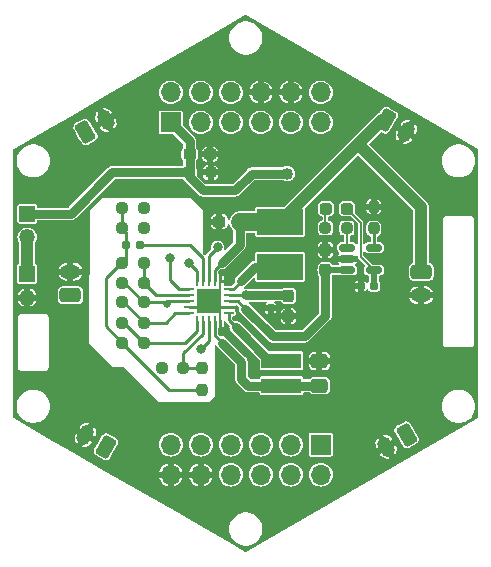
<source format=gbr>
%TF.GenerationSoftware,KiCad,Pcbnew,7.0.5*%
%TF.CreationDate,2024-01-17T11:16:35-05:00*%
%TF.ProjectId,PWR,5057522e-6b69-4636-9164-5f7063625858,rev?*%
%TF.SameCoordinates,Original*%
%TF.FileFunction,Copper,L1,Top*%
%TF.FilePolarity,Positive*%
%FSLAX46Y46*%
G04 Gerber Fmt 4.6, Leading zero omitted, Abs format (unit mm)*
G04 Created by KiCad (PCBNEW 7.0.5) date 2024-01-17 11:16:35*
%MOMM*%
%LPD*%
G01*
G04 APERTURE LIST*
G04 Aperture macros list*
%AMRoundRect*
0 Rectangle with rounded corners*
0 $1 Rounding radius*
0 $2 $3 $4 $5 $6 $7 $8 $9 X,Y pos of 4 corners*
0 Add a 4 corners polygon primitive as box body*
4,1,4,$2,$3,$4,$5,$6,$7,$8,$9,$2,$3,0*
0 Add four circle primitives for the rounded corners*
1,1,$1+$1,$2,$3*
1,1,$1+$1,$4,$5*
1,1,$1+$1,$6,$7*
1,1,$1+$1,$8,$9*
0 Add four rect primitives between the rounded corners*
20,1,$1+$1,$2,$3,$4,$5,0*
20,1,$1+$1,$4,$5,$6,$7,0*
20,1,$1+$1,$6,$7,$8,$9,0*
20,1,$1+$1,$8,$9,$2,$3,0*%
%AMHorizOval*
0 Thick line with rounded ends*
0 $1 width*
0 $2 $3 position (X,Y) of the first rounded end (center of the circle)*
0 $4 $5 position (X,Y) of the second rounded end (center of the circle)*
0 Add line between two ends*
20,1,$1,$2,$3,$4,$5,0*
0 Add two circle primitives to create the rounded ends*
1,1,$1,$2,$3*
1,1,$1,$4,$5*%
G04 Aperture macros list end*
%TA.AperFunction,ComponentPad*%
%ADD10RoundRect,0.250000X-0.021891X0.737917X-0.628109X0.387917X0.021891X-0.737917X0.628109X-0.387917X0*%
%TD*%
%TA.AperFunction,ComponentPad*%
%ADD11HorizOval,1.200000X-0.150000X0.259808X0.150000X-0.259808X0*%
%TD*%
%TA.AperFunction,ComponentPad*%
%ADD12R,1.700000X1.700000*%
%TD*%
%TA.AperFunction,ComponentPad*%
%ADD13O,1.700000X1.700000*%
%TD*%
%TA.AperFunction,SMDPad,CuDef*%
%ADD14RoundRect,0.237500X-0.237500X0.250000X-0.237500X-0.250000X0.237500X-0.250000X0.237500X0.250000X0*%
%TD*%
%TA.AperFunction,ComponentPad*%
%ADD15RoundRect,0.250000X-0.650000X0.350000X-0.650000X-0.350000X0.650000X-0.350000X0.650000X0.350000X0*%
%TD*%
%TA.AperFunction,ComponentPad*%
%ADD16O,1.800000X1.200000*%
%TD*%
%TA.AperFunction,SMDPad,CuDef*%
%ADD17RoundRect,0.237500X0.237500X-0.300000X0.237500X0.300000X-0.237500X0.300000X-0.237500X-0.300000X0*%
%TD*%
%TA.AperFunction,ComponentPad*%
%ADD18RoundRect,0.250000X-0.628109X-0.387917X-0.021891X-0.737917X0.628109X0.387917X0.021891X0.737917X0*%
%TD*%
%TA.AperFunction,ComponentPad*%
%ADD19HorizOval,1.200000X-0.150000X-0.259808X0.150000X0.259808X0*%
%TD*%
%TA.AperFunction,SMDPad,CuDef*%
%ADD20RoundRect,0.155000X0.212500X0.155000X-0.212500X0.155000X-0.212500X-0.155000X0.212500X-0.155000X0*%
%TD*%
%TA.AperFunction,SMDPad,CuDef*%
%ADD21RoundRect,0.237500X-0.250000X-0.237500X0.250000X-0.237500X0.250000X0.237500X-0.250000X0.237500X0*%
%TD*%
%TA.AperFunction,SMDPad,CuDef*%
%ADD22RoundRect,0.237500X0.250000X0.237500X-0.250000X0.237500X-0.250000X-0.237500X0.250000X-0.237500X0*%
%TD*%
%TA.AperFunction,ComponentPad*%
%ADD23RoundRect,0.250000X0.650000X-0.350000X0.650000X0.350000X-0.650000X0.350000X-0.650000X-0.350000X0*%
%TD*%
%TA.AperFunction,SMDPad,CuDef*%
%ADD24R,3.900000X2.200000*%
%TD*%
%TA.AperFunction,SMDPad,CuDef*%
%ADD25RoundRect,0.237500X0.237500X-0.250000X0.237500X0.250000X-0.237500X0.250000X-0.237500X-0.250000X0*%
%TD*%
%TA.AperFunction,ComponentPad*%
%ADD26RoundRect,0.250000X0.021891X-0.737917X0.628109X-0.387917X-0.021891X0.737917X-0.628109X0.387917X0*%
%TD*%
%TA.AperFunction,SMDPad,CuDef*%
%ADD27RoundRect,0.062500X-0.062500X0.375000X-0.062500X-0.375000X0.062500X-0.375000X0.062500X0.375000X0*%
%TD*%
%TA.AperFunction,SMDPad,CuDef*%
%ADD28RoundRect,0.062500X-0.375000X0.062500X-0.375000X-0.062500X0.375000X-0.062500X0.375000X0.062500X0*%
%TD*%
%TA.AperFunction,SMDPad,CuDef*%
%ADD29R,2.000000X2.000000*%
%TD*%
%TA.AperFunction,SMDPad,CuDef*%
%ADD30RoundRect,0.237500X-0.237500X0.300000X-0.237500X-0.300000X0.237500X-0.300000X0.237500X0.300000X0*%
%TD*%
%TA.AperFunction,SMDPad,CuDef*%
%ADD31R,3.400000X1.300000*%
%TD*%
%TA.AperFunction,SMDPad,CuDef*%
%ADD32RoundRect,0.155000X-0.155000X0.212500X-0.155000X-0.212500X0.155000X-0.212500X0.155000X0.212500X0*%
%TD*%
%TA.AperFunction,SMDPad,CuDef*%
%ADD33RoundRect,0.237500X-0.300000X-0.237500X0.300000X-0.237500X0.300000X0.237500X-0.300000X0.237500X0*%
%TD*%
%TA.AperFunction,SMDPad,CuDef*%
%ADD34RoundRect,0.150000X-0.512500X-0.150000X0.512500X-0.150000X0.512500X0.150000X-0.512500X0.150000X0*%
%TD*%
%TA.AperFunction,SMDPad,CuDef*%
%ADD35RoundRect,0.237500X-0.287500X-0.237500X0.287500X-0.237500X0.287500X0.237500X-0.287500X0.237500X0*%
%TD*%
%TA.AperFunction,SMDPad,CuDef*%
%ADD36RoundRect,0.250000X0.475000X-0.337500X0.475000X0.337500X-0.475000X0.337500X-0.475000X-0.337500X0*%
%TD*%
%TA.AperFunction,ComponentPad*%
%ADD37RoundRect,0.250000X0.628109X0.387917X0.021891X0.737917X-0.628109X-0.387917X-0.021891X-0.737917X0*%
%TD*%
%TA.AperFunction,ComponentPad*%
%ADD38HorizOval,1.200000X0.150000X0.259808X-0.150000X-0.259808X0*%
%TD*%
%TA.AperFunction,SMDPad,CuDef*%
%ADD39RoundRect,0.237500X0.300000X0.237500X-0.300000X0.237500X-0.300000X-0.237500X0.300000X-0.237500X0*%
%TD*%
%TA.AperFunction,ComponentPad*%
%ADD40R,1.350000X1.350000*%
%TD*%
%TA.AperFunction,ComponentPad*%
%ADD41O,1.350000X1.350000*%
%TD*%
%TA.AperFunction,ViaPad*%
%ADD42C,0.660400*%
%TD*%
%TA.AperFunction,ViaPad*%
%ADD43C,1.016000*%
%TD*%
%TA.AperFunction,ViaPad*%
%ADD44C,0.800000*%
%TD*%
%TA.AperFunction,Conductor*%
%ADD45C,1.016000*%
%TD*%
%TA.AperFunction,Conductor*%
%ADD46C,0.254000*%
%TD*%
%TA.AperFunction,Conductor*%
%ADD47C,0.152400*%
%TD*%
%TA.AperFunction,Conductor*%
%ADD48C,0.508000*%
%TD*%
%TA.AperFunction,Conductor*%
%ADD49C,0.762000*%
%TD*%
%TA.AperFunction,Conductor*%
%ADD50C,1.524000*%
%TD*%
G04 APERTURE END LIST*
D10*
%TO.P,J4,1,Pin_1*%
%TO.N,/SC*%
X160607050Y-108212916D03*
D11*
%TO.P,J4,2,Pin_2*%
%TO.N,GND*%
X158874999Y-109212916D03*
%TD*%
D12*
%TO.P,J5,1,Pin_1*%
%TO.N,/VBAT*%
X140650000Y-81766978D03*
D13*
%TO.P,J5,2,Pin_2*%
%TO.N,/D8*%
X140650000Y-79226978D03*
%TO.P,J5,3,Pin_3*%
%TO.N,/A5*%
X143190000Y-81766978D03*
%TO.P,J5,4,Pin_4*%
%TO.N,/A3*%
X143190000Y-79226978D03*
%TO.P,J5,5,Pin_5*%
%TO.N,+5V*%
X145730000Y-81766978D03*
%TO.P,J5,6,Pin_6*%
%TO.N,/A2*%
X145730000Y-79226978D03*
%TO.P,J5,7,Pin_7*%
%TO.N,/RXD*%
X148270000Y-81766978D03*
%TO.P,J5,8,Pin_8*%
%TO.N,GND*%
X148270000Y-79226978D03*
%TO.P,J5,9,Pin_9*%
%TO.N,/TXD*%
X150810000Y-81766978D03*
%TO.P,J5,10,Pin_10*%
%TO.N,GND*%
X150810000Y-79226978D03*
%TO.P,J5,11,Pin_11*%
%TO.N,/SDA*%
X153350000Y-81766978D03*
%TO.P,J5,12,Pin_12*%
%TO.N,/SCL*%
X153350000Y-79226978D03*
%TD*%
D14*
%TO.P,R15,1*%
%TO.N,GND*%
X157840000Y-88897500D03*
%TO.P,R15,2*%
%TO.N,Net-(U4-PROG)*%
X157840000Y-90722500D03*
%TD*%
D15*
%TO.P,J8,1,Pin_1*%
%TO.N,/SC*%
X161850000Y-94400000D03*
D16*
%TO.P,J8,2,Pin_2*%
%TO.N,GND*%
X161850000Y-96400000D03*
%TD*%
D17*
%TO.P,C4,1*%
%TO.N,/VBAT*%
X153730000Y-94252500D03*
%TO.P,C4,2*%
%TO.N,GND*%
X153730000Y-92527500D03*
%TD*%
D18*
%TO.P,J7,1,Pin_1*%
%TO.N,/SC*%
X158846475Y-81568542D03*
D19*
%TO.P,J7,2,Pin_2*%
%TO.N,GND*%
X160578526Y-82568542D03*
%TD*%
D20*
%TO.P,C13,1*%
%TO.N,+5V*%
X157850000Y-95620000D03*
%TO.P,C13,2*%
%TO.N,GND*%
X156715000Y-95620000D03*
%TD*%
D21*
%TO.P,R13,1*%
%TO.N,GND*%
X136537500Y-89042500D03*
%TO.P,R13,2*%
%TO.N,/D8*%
X138362500Y-89042500D03*
%TD*%
D22*
%TO.P,R16,1*%
%TO.N,Net-(U4-STAT)*%
X155560000Y-90705000D03*
%TO.P,R16,2*%
%TO.N,Net-(D1-K)*%
X153735000Y-90705000D03*
%TD*%
D23*
%TO.P,J10,1,Pin_1*%
%TO.N,/SC*%
X132150000Y-96400000D03*
D16*
%TO.P,J10,2,Pin_2*%
%TO.N,GND*%
X132150000Y-94400000D03*
%TD*%
D21*
%TO.P,R12,1*%
%TO.N,GND*%
X136537500Y-90742500D03*
%TO.P,R12,2*%
%TO.N,/VOUT_EN*%
X138362500Y-90742500D03*
%TD*%
D24*
%TO.P,L2,1*%
%TO.N,/SC*%
X149900000Y-90188220D03*
%TO.P,L2,2*%
%TO.N,Net-(U2-LBOOST)*%
X149900000Y-93988220D03*
%TD*%
D25*
%TO.P,R11,1*%
%TO.N,GND*%
X143274280Y-104400720D03*
%TO.P,R11,2*%
%TO.N,Net-(U2-VOUT_SET)*%
X143274280Y-102575720D03*
%TD*%
D26*
%TO.P,J9,1,Pin_1*%
%TO.N,/SC*%
X133421475Y-82568542D03*
D11*
%TO.P,J9,2,Pin_2*%
%TO.N,GND*%
X135153526Y-81568542D03*
%TD*%
D27*
%TO.P,U2,1,VSS*%
%TO.N,GND*%
X144850000Y-95205000D03*
%TO.P,U2,2,VIN_DC*%
%TO.N,/SC*%
X144350000Y-95205000D03*
%TO.P,U2,3,VOC_SAMP*%
%TO.N,Net-(U2-VOC_SAMP)*%
X143850000Y-95205000D03*
%TO.P,U2,4,VREF_SAMP*%
%TO.N,Net-(U2-VREF_SAMP)*%
X143350000Y-95205000D03*
%TO.P,U2,5,~{EN}*%
%TO.N,/D8*%
X142850000Y-95205000D03*
D28*
%TO.P,U2,6,VOUT_EN*%
%TO.N,/VOUT_EN*%
X142162500Y-95892500D03*
%TO.P,U2,7,VBAT_OV*%
%TO.N,Net-(U2-VBAT_OV)*%
X142162500Y-96392500D03*
%TO.P,U2,8,VRDIV*%
%TO.N,Net-(U2-VRDIV)*%
X142162500Y-96892500D03*
%TO.P,U2,9,VSS*%
%TO.N,GND*%
X142162500Y-97392500D03*
%TO.P,U2,10,OK_HYST*%
%TO.N,Net-(U2-OK_HYST)*%
X142162500Y-97892500D03*
D27*
%TO.P,U2,11,OK_PROG*%
%TO.N,Net-(U2-OK_PROG)*%
X142850000Y-98580000D03*
%TO.P,U2,12,VOUT_SET*%
%TO.N,Net-(U2-VOUT_SET)*%
X143350000Y-98580000D03*
%TO.P,U2,13,VBAT_OK*%
%TO.N,/VBAT_OK_t*%
X143850000Y-98580000D03*
%TO.P,U2,14,VOUT*%
%TO.N,Net-(U2-VOUT)*%
X144350000Y-98580000D03*
%TO.P,U2,15,VSS*%
%TO.N,GND*%
X144850000Y-98580000D03*
D28*
%TO.P,U2,16,LBUCK*%
%TO.N,Net-(U2-LBUCK)*%
X145537500Y-97892500D03*
%TO.P,U2,17,VSS*%
%TO.N,GND*%
X145537500Y-97392500D03*
%TO.P,U2,18,VBAT*%
%TO.N,/VBAT*%
X145537500Y-96892500D03*
%TO.P,U2,19,VSTOR*%
%TO.N,Net-(U2-VOC_SAMP)*%
X145537500Y-96392500D03*
%TO.P,U2,20,LBOOST*%
%TO.N,Net-(U2-LBOOST)*%
X145537500Y-95892500D03*
D29*
%TO.P,U2,21,VSS*%
%TO.N,GND*%
X143850000Y-96892500D03*
%TD*%
D30*
%TO.P,C3,1*%
%TO.N,Net-(U2-VOC_SAMP)*%
X150610000Y-96430000D03*
%TO.P,C3,2*%
%TO.N,GND*%
X150610000Y-98155000D03*
%TD*%
D21*
%TO.P,R10,1*%
%TO.N,Net-(U2-OK_PROG)*%
X136537500Y-98702500D03*
%TO.P,R10,2*%
%TO.N,Net-(U2-OK_HYST)*%
X138362500Y-98702500D03*
%TD*%
%TO.P,R14,1*%
%TO.N,GND*%
X136537500Y-100402500D03*
%TO.P,R14,2*%
%TO.N,Net-(U2-OK_PROG)*%
X138362500Y-100402500D03*
%TD*%
D31*
%TO.P,L1,1*%
%TO.N,Net-(U2-LBUCK)*%
X150014280Y-101950000D03*
%TO.P,L1,2*%
%TO.N,Net-(U2-VOUT)*%
X150014280Y-104050000D03*
%TD*%
D12*
%TO.P,J6,1,Pin_1*%
%TO.N,/D12*%
X153350000Y-109045000D03*
D13*
%TO.P,J6,2,Pin_2*%
%TO.N,/D10*%
X153350000Y-111585000D03*
%TO.P,J6,3,Pin_3*%
%TO.N,/MOSI*%
X150810000Y-109045000D03*
%TO.P,J6,4,Pin_4*%
%TO.N,/D1*%
X150810000Y-111585000D03*
%TO.P,J6,5,Pin_5*%
%TO.N,/SCK*%
X148270000Y-109045000D03*
%TO.P,J6,6,Pin_6*%
%TO.N,/D3*%
X148270000Y-111585000D03*
%TO.P,J6,7,Pin_7*%
%TO.N,/D2*%
X145730000Y-109045000D03*
%TO.P,J6,8,Pin_8*%
%TO.N,/A4*%
X145730000Y-111585000D03*
%TO.P,J6,9,Pin_9*%
%TO.N,/MISO*%
X143190000Y-109045000D03*
%TO.P,J6,10,Pin_10*%
%TO.N,GND*%
X143190000Y-111585000D03*
%TO.P,J6,11,Pin_11*%
%TO.N,/D4*%
X140650000Y-109045000D03*
%TO.P,J6,12,Pin_12*%
%TO.N,GND*%
X140650000Y-111585000D03*
%TD*%
D32*
%TO.P,C2,1*%
%TO.N,Net-(U2-VOC_SAMP)*%
X149100000Y-96375000D03*
%TO.P,C2,2*%
%TO.N,GND*%
X149100000Y-97510000D03*
%TD*%
D33*
%TO.P,C5,1*%
%TO.N,/VBAT*%
X142237500Y-84450000D03*
%TO.P,C5,2*%
%TO.N,GND*%
X143962500Y-84450000D03*
%TD*%
D34*
%TO.P,U4,1,STAT*%
%TO.N,Net-(U4-STAT)*%
X155575000Y-92360000D03*
%TO.P,U4,2,VSS*%
%TO.N,GND*%
X155575000Y-93310000D03*
%TO.P,U4,3,VBAT*%
%TO.N,/VBAT*%
X155575000Y-94260000D03*
%TO.P,U4,4,VDD*%
%TO.N,+5V*%
X157850000Y-94260000D03*
%TO.P,U4,5,PROG*%
%TO.N,Net-(U4-PROG)*%
X157850000Y-92360000D03*
%TD*%
D35*
%TO.P,D1,1,K*%
%TO.N,Net-(D1-K)*%
X153795000Y-89070000D03*
%TO.P,D1,2,A*%
%TO.N,+5V*%
X155545000Y-89070000D03*
%TD*%
D21*
%TO.P,R9,1*%
%TO.N,GND*%
X136541780Y-93648220D03*
%TO.P,R9,2*%
%TO.N,Net-(U2-VBAT_OV)*%
X138366780Y-93648220D03*
%TD*%
D36*
%TO.P,C6,1*%
%TO.N,Net-(U2-VOUT)*%
X153230000Y-104037500D03*
%TO.P,C6,2*%
%TO.N,GND*%
X153230000Y-101962500D03*
%TD*%
D22*
%TO.P,R1,1*%
%TO.N,GND*%
X144012500Y-86000000D03*
%TO.P,R1,2*%
%TO.N,/VBAT*%
X142187500Y-86000000D03*
%TD*%
D37*
%TO.P,J1,1,Pin_1*%
%TO.N,/SC*%
X135153525Y-109231458D03*
D38*
%TO.P,J1,2,Pin_2*%
%TO.N,GND*%
X133421474Y-108231458D03*
%TD*%
D22*
%TO.P,R6,1*%
%TO.N,Net-(U2-VBAT_OV)*%
X138356780Y-95338220D03*
%TO.P,R6,2*%
%TO.N,Net-(U2-VRDIV)*%
X136531780Y-95338220D03*
%TD*%
D20*
%TO.P,C8,1*%
%TO.N,Net-(U2-VREF_SAMP)*%
X138017500Y-92172500D03*
%TO.P,C8,2*%
%TO.N,GND*%
X136882500Y-92172500D03*
%TD*%
D39*
%TO.P,C7,1*%
%TO.N,/SC*%
X146486780Y-90168220D03*
%TO.P,C7,2*%
%TO.N,GND*%
X144761780Y-90168220D03*
%TD*%
D40*
%TO.P,J2,1,Pin_1*%
%TO.N,/VBAT*%
X128490000Y-89500000D03*
D41*
%TO.P,J2,2,Pin_2*%
%TO.N,/BATTERY*%
X128490000Y-91500000D03*
%TD*%
D21*
%TO.P,R7,1*%
%TO.N,Net-(U2-OK_HYST)*%
X136537500Y-97002500D03*
%TO.P,R7,2*%
%TO.N,Net-(U2-VRDIV)*%
X138362500Y-97002500D03*
%TD*%
D40*
%TO.P,J3,1,Pin_1*%
%TO.N,/BATTERY*%
X128480000Y-94590000D03*
D41*
%TO.P,J3,2,Pin_2*%
%TO.N,GND*%
X128480000Y-96590000D03*
%TD*%
D22*
%TO.P,R8,1*%
%TO.N,Net-(U2-VOUT_SET)*%
X141706780Y-102558220D03*
%TO.P,R8,2*%
%TO.N,Net-(U2-VRDIV)*%
X139881780Y-102558220D03*
%TD*%
D42*
%TO.N,GND*%
X162000000Y-102500000D03*
X157500000Y-99000000D03*
X152500000Y-84500000D03*
X140000000Y-84500000D03*
X131500000Y-86500000D03*
X150500000Y-84500000D03*
X143264280Y-96318220D03*
X155500000Y-104500000D03*
X137000000Y-84500000D03*
X162500000Y-86000000D03*
X148500000Y-84500000D03*
X136500000Y-87500000D03*
X160500000Y-90000000D03*
X155000000Y-101000000D03*
X143264280Y-97392500D03*
X162000000Y-100000000D03*
X163000000Y-107500000D03*
X157500000Y-101000000D03*
X164500000Y-102500000D03*
X140000000Y-87500000D03*
X159500000Y-89000000D03*
X165500000Y-88000000D03*
X131500000Y-105000000D03*
X132500000Y-103000000D03*
X145000000Y-114500000D03*
X137500000Y-79500000D03*
X135500000Y-84000000D03*
X156500000Y-109000000D03*
X160500000Y-85000000D03*
X144420000Y-97392500D03*
X163500000Y-88000000D03*
X143264280Y-104398220D03*
X137500000Y-82500000D03*
X157500000Y-103000000D03*
X162500000Y-83500000D03*
X142500000Y-114500000D03*
X156500000Y-111500000D03*
X133500000Y-104500000D03*
X155000000Y-99000000D03*
X157500000Y-104500000D03*
X148500000Y-114500000D03*
X144409280Y-96333220D03*
X159500000Y-91000000D03*
X135000000Y-106000000D03*
X138000000Y-111500000D03*
X151000000Y-114500000D03*
X131500000Y-84000000D03*
X131500000Y-91000000D03*
X149000000Y-87500000D03*
X150000000Y-92000000D03*
D43*
%TO.N,/VBAT*%
X150520000Y-86100000D03*
X153725000Y-94240000D03*
D44*
%TO.N,Net-(U2-VOC_SAMP)*%
X146980000Y-96392500D03*
X144614280Y-92298220D03*
D42*
%TO.N,+5V*%
X157850000Y-95620000D03*
D44*
%TO.N,/VOUT_EN*%
X140580000Y-93232500D03*
X138362500Y-90742500D03*
D42*
%TO.N,Net-(U2-VRDIV)*%
X139881780Y-102558220D03*
X140304280Y-97098220D03*
D44*
%TO.N,/D8*%
X142200000Y-93652500D03*
X138362500Y-89042500D03*
%TO.N,/VBAT_OK_t*%
X143230000Y-100912500D03*
%TD*%
D45*
%TO.N,/BATTERY*%
X128480000Y-94590000D02*
X128480000Y-91510000D01*
X128480000Y-91510000D02*
X128490000Y-91500000D01*
D46*
%TO.N,GND*%
X136882500Y-92172500D02*
X136882500Y-91087500D01*
X136537500Y-100432447D02*
X140503273Y-104398220D01*
D47*
X144850000Y-97822500D02*
X144420000Y-97392500D01*
D46*
X136541780Y-93548220D02*
X135164280Y-94925720D01*
X135164280Y-94925720D02*
X135164280Y-99029280D01*
X136882500Y-91087500D02*
X136537500Y-90742500D01*
D47*
X144850000Y-95205000D02*
X144850000Y-95892500D01*
D46*
X143350000Y-97392500D02*
X143850000Y-96892500D01*
X136882500Y-93307500D02*
X136541780Y-93648220D01*
X145537500Y-97392500D02*
X144350000Y-97392500D01*
X140503273Y-104398220D02*
X143264280Y-104398220D01*
D47*
X144850000Y-98580000D02*
X144850000Y-97822500D01*
D46*
X136537500Y-100402500D02*
X136537500Y-100432447D01*
D47*
X144409280Y-96333220D02*
X143850000Y-96892500D01*
D46*
X142162500Y-97392500D02*
X143350000Y-97392500D01*
X135164280Y-99029280D02*
X136537500Y-100402500D01*
D47*
X144850000Y-95892500D02*
X144409280Y-96333220D01*
D46*
X136882500Y-92172500D02*
X136882500Y-93307500D01*
X136537500Y-90742500D02*
X136537500Y-89042500D01*
X144350000Y-97392500D02*
X143850000Y-96892500D01*
D48*
%TO.N,/VBAT*%
X153737500Y-94260000D02*
X153725000Y-94247500D01*
D46*
X145537500Y-96892500D02*
X146338560Y-96892500D01*
D49*
X146100000Y-87500000D02*
X147500000Y-86100000D01*
D46*
X146338560Y-96892500D02*
X146964280Y-97518220D01*
D49*
X153730000Y-94252500D02*
X153730000Y-98120000D01*
X142187500Y-86000000D02*
X135700000Y-86000000D01*
D48*
X155575000Y-94260000D02*
X153737500Y-94260000D01*
D49*
X142187500Y-86337500D02*
X143350000Y-87500000D01*
D48*
X153725000Y-94240000D02*
X153717500Y-94240000D01*
D49*
X143350000Y-87500000D02*
X146100000Y-87500000D01*
X142187500Y-86000000D02*
X142187500Y-86337500D01*
X153730000Y-98120000D02*
X151970000Y-99880000D01*
X142237500Y-85950000D02*
X142187500Y-86000000D01*
X149326060Y-99880000D02*
X146964280Y-97518220D01*
X135700000Y-86000000D02*
X132200000Y-89500000D01*
X132200000Y-89500000D02*
X128490000Y-89500000D01*
X142237500Y-83354478D02*
X140650000Y-81766978D01*
X147500000Y-86100000D02*
X150520000Y-86100000D01*
X142237500Y-84450000D02*
X142237500Y-83354478D01*
X151970000Y-99880000D02*
X149326060Y-99880000D01*
X142237500Y-84450000D02*
X142237500Y-85950000D01*
D48*
X153725000Y-94247500D02*
X153725000Y-94240000D01*
X153717500Y-94240000D02*
X153730000Y-94252500D01*
D46*
%TO.N,Net-(U2-VOC_SAMP)*%
X145537500Y-96392500D02*
X146980000Y-96392500D01*
D49*
X150555000Y-96375000D02*
X150610000Y-96430000D01*
X149100000Y-96375000D02*
X150555000Y-96375000D01*
X146980000Y-96392500D02*
X149032500Y-96392500D01*
D46*
X143850000Y-95205000D02*
X143850000Y-93062500D01*
X143850000Y-93062500D02*
X144614280Y-92298220D01*
D49*
%TO.N,/SC*%
X146484280Y-92108220D02*
X144949280Y-93643220D01*
D45*
X161850000Y-94400000D02*
X161850000Y-88950000D01*
X158519678Y-81568542D02*
X156494110Y-83594110D01*
X156494110Y-83594110D02*
X149900000Y-90188220D01*
X158846475Y-81568542D02*
X158519678Y-81568542D01*
D50*
X150274280Y-90188220D02*
X146506780Y-90188220D01*
D49*
X146486780Y-90168220D02*
X146484280Y-90170720D01*
X146484280Y-90170720D02*
X146484280Y-92108220D01*
D46*
X144350000Y-95205000D02*
X144350000Y-94242500D01*
D45*
X161850000Y-88950000D02*
X156494110Y-83594110D01*
D46*
X144350000Y-94242500D02*
X144949280Y-93643220D01*
D47*
%TO.N,+5V*%
X156730000Y-90255000D02*
X156730000Y-93140000D01*
X156730000Y-93140000D02*
X157850000Y-94260000D01*
X155545000Y-89070000D02*
X156730000Y-90255000D01*
D48*
X157850000Y-95620000D02*
X157850000Y-94260000D01*
D46*
%TO.N,Net-(U2-VOUT)*%
X144350000Y-98580000D02*
X144350000Y-99773940D01*
D49*
X150014280Y-104050000D02*
X147200000Y-104050000D01*
X147200000Y-104050000D02*
X146610000Y-103460000D01*
X146610000Y-102033940D02*
X144984280Y-100408220D01*
X150026780Y-104037500D02*
X150014280Y-104050000D01*
X146610000Y-103460000D02*
X146610000Y-102033940D01*
D46*
X144350000Y-99773940D02*
X144984280Y-100408220D01*
D49*
X153230000Y-104037500D02*
X150026780Y-104037500D01*
D46*
%TO.N,Net-(U2-VREF_SAMP)*%
X142260000Y-92172500D02*
X138017500Y-92172500D01*
X143350000Y-93262500D02*
X142260000Y-92172500D01*
X143350000Y-95205000D02*
X143350000Y-93262500D01*
D47*
%TO.N,Net-(D1-K)*%
X153735000Y-90705000D02*
X153735000Y-89130000D01*
X153735000Y-89130000D02*
X153795000Y-89070000D01*
D46*
%TO.N,Net-(U2-LBUCK)*%
X145537500Y-98491440D02*
X146149280Y-99103220D01*
D49*
X150014280Y-101950000D02*
X148996060Y-101950000D01*
X148996060Y-101950000D02*
X146149280Y-99103220D01*
D46*
X145537500Y-97892500D02*
X145537500Y-98491440D01*
D49*
%TO.N,Net-(U2-LBOOST)*%
X150274280Y-93988220D02*
X147814280Y-93988220D01*
D46*
X145537500Y-95892500D02*
X145880000Y-95892500D01*
X145910000Y-95892500D02*
X146475000Y-95327500D01*
D49*
X147814280Y-93988220D02*
X146590000Y-95212500D01*
D46*
X145880000Y-95892500D02*
X145910000Y-95892500D01*
X146475000Y-95327500D02*
X146590000Y-95212500D01*
%TO.N,/VOUT_EN*%
X142162500Y-95892500D02*
X141370000Y-95892500D01*
X141180000Y-95702500D02*
X140580000Y-95102500D01*
X141370000Y-95892500D02*
X141180000Y-95702500D01*
X140580000Y-95102500D02*
X140580000Y-93232500D01*
%TO.N,Net-(U2-VRDIV)*%
X136531780Y-95338220D02*
X136698220Y-95338220D01*
X136698220Y-95338220D02*
X138362500Y-97002500D01*
X142162500Y-96892500D02*
X140510000Y-96892500D01*
X140510000Y-96892500D02*
X140304280Y-97098220D01*
X140208560Y-97002500D02*
X140304280Y-97098220D01*
X138362500Y-97002500D02*
X140208560Y-97002500D01*
%TO.N,Net-(U2-VBAT_OV)*%
X139411060Y-96392500D02*
X138356780Y-95338220D01*
X142162500Y-96392500D02*
X139411060Y-96392500D01*
X138366780Y-93648220D02*
X138366780Y-95328220D01*
X138366780Y-95328220D02*
X138356780Y-95338220D01*
%TO.N,Net-(U2-OK_HYST)*%
X141040000Y-97892500D02*
X140230000Y-98702500D01*
X136537500Y-97002500D02*
X136662500Y-97002500D01*
X136662500Y-97002500D02*
X138362500Y-98702500D01*
X142162500Y-97892500D02*
X141040000Y-97892500D01*
X140230000Y-98702500D02*
X138362500Y-98702500D01*
%TO.N,Net-(U2-VOUT_SET)*%
X143350000Y-99662500D02*
X141706780Y-101305720D01*
X143256780Y-102558220D02*
X143274280Y-102575720D01*
X141706780Y-102558220D02*
X143256780Y-102558220D01*
X143350000Y-98580000D02*
X143350000Y-99662500D01*
X141706780Y-101305720D02*
X141706780Y-102558220D01*
%TO.N,Net-(U2-OK_PROG)*%
X141890000Y-100402500D02*
X142850000Y-99442500D01*
X136537500Y-98702500D02*
X136662500Y-98702500D01*
X136662500Y-98702500D02*
X138362500Y-100402500D01*
X138362500Y-100402500D02*
X141890000Y-100402500D01*
X142850000Y-99442500D02*
X142850000Y-98580000D01*
%TO.N,Net-(U4-PROG)*%
X157850000Y-92360000D02*
X157850000Y-90732500D01*
X157850000Y-90732500D02*
X157840000Y-90722500D01*
D47*
%TO.N,Net-(U4-STAT)*%
X155575000Y-90720000D02*
X155560000Y-90705000D01*
X155575000Y-92360000D02*
X155575000Y-90720000D01*
D46*
%TO.N,/D8*%
X142850000Y-94302500D02*
X142200000Y-93652500D01*
X142850000Y-95205000D02*
X142850000Y-94302500D01*
%TO.N,/VBAT_OK_t*%
X143850000Y-100292500D02*
X143230000Y-100912500D01*
X143850000Y-98580000D02*
X143850000Y-100292500D01*
%TD*%
%TA.AperFunction,Conductor*%
%TO.N,GND*%
G36*
X147043946Y-72689881D02*
G01*
X166650750Y-84009873D01*
X166689399Y-84055933D01*
X166694700Y-84085997D01*
X166694700Y-106725978D01*
X166674135Y-106782479D01*
X166650750Y-106802102D01*
X147043949Y-118122094D01*
X146984735Y-118132535D01*
X146956049Y-118122094D01*
X145978254Y-117557564D01*
X143610602Y-116190599D01*
X145589884Y-116190599D01*
X145609115Y-116422695D01*
X145609116Y-116422701D01*
X145666286Y-116648459D01*
X145666289Y-116648467D01*
X145737987Y-116811920D01*
X145759840Y-116861740D01*
X145759844Y-116861746D01*
X145887215Y-117056704D01*
X145887216Y-117056706D01*
X145887220Y-117056710D01*
X146044954Y-117228055D01*
X146228740Y-117371101D01*
X146433563Y-117481946D01*
X146653837Y-117557566D01*
X146653839Y-117557566D01*
X146653841Y-117557567D01*
X146883550Y-117595899D01*
X146883554Y-117595899D01*
X147116450Y-117595899D01*
X147346158Y-117557567D01*
X147346158Y-117557566D01*
X147346163Y-117557566D01*
X147566437Y-117481946D01*
X147771260Y-117371101D01*
X147955046Y-117228055D01*
X148112780Y-117056710D01*
X148240160Y-116861740D01*
X148333712Y-116648463D01*
X148390884Y-116422696D01*
X148410116Y-116190599D01*
X148390884Y-115958502D01*
X148390883Y-115958496D01*
X148333713Y-115732738D01*
X148333710Y-115732730D01*
X148240164Y-115519468D01*
X148240160Y-115519458D01*
X148159435Y-115395899D01*
X148112784Y-115324493D01*
X148112783Y-115324491D01*
X147955050Y-115153147D01*
X147955048Y-115153146D01*
X147955046Y-115153143D01*
X147771260Y-115010097D01*
X147566437Y-114899252D01*
X147566433Y-114899250D01*
X147566430Y-114899249D01*
X147346167Y-114823633D01*
X147346158Y-114823630D01*
X147116450Y-114785299D01*
X147116446Y-114785299D01*
X146883554Y-114785299D01*
X146883550Y-114785299D01*
X146653841Y-114823630D01*
X146653832Y-114823633D01*
X146433569Y-114899249D01*
X146228740Y-115010097D01*
X146044949Y-115153147D01*
X145887216Y-115324491D01*
X145887215Y-115324493D01*
X145759844Y-115519451D01*
X145759835Y-115519468D01*
X145666289Y-115732730D01*
X145666286Y-115732738D01*
X145609116Y-115958496D01*
X145609115Y-115958502D01*
X145589884Y-116190599D01*
X143610602Y-116190599D01*
X141176551Y-114785299D01*
X135193528Y-111330999D01*
X139679544Y-111330999D01*
X139679545Y-111331000D01*
X140218884Y-111331000D01*
X140190507Y-111375156D01*
X140150000Y-111513111D01*
X140150000Y-111656889D01*
X140190507Y-111794844D01*
X140218884Y-111839000D01*
X139679545Y-111839000D01*
X139719419Y-111970452D01*
X139812504Y-112144601D01*
X139937759Y-112297224D01*
X139937775Y-112297240D01*
X140090398Y-112422495D01*
X140090397Y-112422495D01*
X140264547Y-112515580D01*
X140395999Y-112555455D01*
X140396000Y-112555455D01*
X140396000Y-112018674D01*
X140507685Y-112069680D01*
X140614237Y-112085000D01*
X140685763Y-112085000D01*
X140792315Y-112069680D01*
X140904000Y-112018674D01*
X140904000Y-112555455D01*
X141035452Y-112515580D01*
X141209601Y-112422495D01*
X141362224Y-112297240D01*
X141362240Y-112297224D01*
X141487495Y-112144601D01*
X141580580Y-111970452D01*
X141620455Y-111839000D01*
X141081116Y-111839000D01*
X141109493Y-111794844D01*
X141150000Y-111656889D01*
X141150000Y-111513111D01*
X141109493Y-111375156D01*
X141081116Y-111331000D01*
X141620455Y-111331000D01*
X141620455Y-111330999D01*
X142219544Y-111330999D01*
X142219545Y-111331000D01*
X142758884Y-111331000D01*
X142730507Y-111375156D01*
X142690000Y-111513111D01*
X142690000Y-111656889D01*
X142730507Y-111794844D01*
X142758884Y-111839000D01*
X142219545Y-111839000D01*
X142259419Y-111970452D01*
X142352504Y-112144601D01*
X142477759Y-112297224D01*
X142477775Y-112297240D01*
X142630398Y-112422495D01*
X142630397Y-112422495D01*
X142804547Y-112515580D01*
X142935999Y-112555455D01*
X142936000Y-112555455D01*
X142936000Y-112018674D01*
X143047685Y-112069680D01*
X143154237Y-112085000D01*
X143225763Y-112085000D01*
X143332315Y-112069680D01*
X143444000Y-112018674D01*
X143444000Y-112555455D01*
X143575452Y-112515580D01*
X143749601Y-112422495D01*
X143902224Y-112297240D01*
X143902240Y-112297224D01*
X144027495Y-112144601D01*
X144120580Y-111970452D01*
X144160455Y-111839000D01*
X143621116Y-111839000D01*
X143649493Y-111794844D01*
X143690000Y-111656889D01*
X143690000Y-111585000D01*
X144722247Y-111585000D01*
X144741612Y-111781609D01*
X144798898Y-111970452D01*
X144798958Y-111970650D01*
X144892084Y-112144878D01*
X145017411Y-112297589D01*
X145170122Y-112422916D01*
X145344350Y-112516042D01*
X145533397Y-112573389D01*
X145730000Y-112592753D01*
X145926603Y-112573389D01*
X146115650Y-112516042D01*
X146289878Y-112422916D01*
X146442589Y-112297589D01*
X146567916Y-112144878D01*
X146661042Y-111970650D01*
X146718389Y-111781603D01*
X146737753Y-111585000D01*
X147262247Y-111585000D01*
X147281612Y-111781609D01*
X147338898Y-111970452D01*
X147338958Y-111970650D01*
X147432084Y-112144878D01*
X147557411Y-112297589D01*
X147710122Y-112422916D01*
X147884350Y-112516042D01*
X148073397Y-112573389D01*
X148270000Y-112592753D01*
X148466603Y-112573389D01*
X148655650Y-112516042D01*
X148829878Y-112422916D01*
X148982589Y-112297589D01*
X149107916Y-112144878D01*
X149201042Y-111970650D01*
X149258389Y-111781603D01*
X149277753Y-111585000D01*
X149277753Y-111584999D01*
X149802247Y-111584999D01*
X149821612Y-111781609D01*
X149878898Y-111970452D01*
X149878958Y-111970650D01*
X149972084Y-112144878D01*
X150097411Y-112297589D01*
X150250122Y-112422916D01*
X150424350Y-112516042D01*
X150613397Y-112573389D01*
X150810000Y-112592753D01*
X151006603Y-112573389D01*
X151195650Y-112516042D01*
X151369878Y-112422916D01*
X151522589Y-112297589D01*
X151647916Y-112144878D01*
X151741042Y-111970650D01*
X151798389Y-111781603D01*
X151817753Y-111585000D01*
X151817753Y-111584999D01*
X152342247Y-111584999D01*
X152361612Y-111781609D01*
X152418898Y-111970452D01*
X152418958Y-111970650D01*
X152512084Y-112144878D01*
X152637411Y-112297589D01*
X152790122Y-112422916D01*
X152964350Y-112516042D01*
X153153397Y-112573389D01*
X153350000Y-112592753D01*
X153546603Y-112573389D01*
X153735650Y-112516042D01*
X153909878Y-112422916D01*
X154062589Y-112297589D01*
X154187916Y-112144878D01*
X154281042Y-111970650D01*
X154338389Y-111781603D01*
X154357753Y-111585000D01*
X154338389Y-111388397D01*
X154281042Y-111199350D01*
X154187916Y-111025122D01*
X154062589Y-110872411D01*
X153909878Y-110747084D01*
X153735650Y-110653958D01*
X153735649Y-110653957D01*
X153735648Y-110653957D01*
X153546609Y-110596612D01*
X153546604Y-110596611D01*
X153546603Y-110596611D01*
X153350000Y-110577247D01*
X153349999Y-110577247D01*
X153302657Y-110581909D01*
X153153397Y-110596611D01*
X153153395Y-110596611D01*
X153153390Y-110596612D01*
X152964351Y-110653957D01*
X152790121Y-110747084D01*
X152637413Y-110872409D01*
X152637409Y-110872413D01*
X152512084Y-111025121D01*
X152418957Y-111199351D01*
X152361612Y-111388390D01*
X152342247Y-111584999D01*
X151817753Y-111584999D01*
X151798389Y-111388397D01*
X151741042Y-111199350D01*
X151647916Y-111025122D01*
X151522589Y-110872411D01*
X151369878Y-110747084D01*
X151195650Y-110653958D01*
X151195649Y-110653957D01*
X151195648Y-110653957D01*
X151006609Y-110596612D01*
X151006604Y-110596611D01*
X151006603Y-110596611D01*
X150810000Y-110577247D01*
X150809999Y-110577247D01*
X150762657Y-110581909D01*
X150613397Y-110596611D01*
X150613395Y-110596611D01*
X150613390Y-110596612D01*
X150424351Y-110653957D01*
X150250121Y-110747084D01*
X150097413Y-110872409D01*
X150097409Y-110872413D01*
X149972084Y-111025121D01*
X149878957Y-111199351D01*
X149821612Y-111388390D01*
X149802247Y-111584999D01*
X149277753Y-111584999D01*
X149258389Y-111388397D01*
X149201042Y-111199350D01*
X149107916Y-111025122D01*
X148982589Y-110872411D01*
X148829878Y-110747084D01*
X148655650Y-110653958D01*
X148655649Y-110653957D01*
X148655648Y-110653957D01*
X148466609Y-110596612D01*
X148466604Y-110596611D01*
X148466603Y-110596611D01*
X148270000Y-110577247D01*
X148073397Y-110596611D01*
X148073395Y-110596611D01*
X148073390Y-110596612D01*
X147884351Y-110653957D01*
X147710121Y-110747084D01*
X147557413Y-110872409D01*
X147557409Y-110872413D01*
X147432084Y-111025121D01*
X147338957Y-111199351D01*
X147281612Y-111388390D01*
X147262247Y-111585000D01*
X146737753Y-111585000D01*
X146718389Y-111388397D01*
X146661042Y-111199350D01*
X146567916Y-111025122D01*
X146442589Y-110872411D01*
X146289878Y-110747084D01*
X146115650Y-110653958D01*
X146115649Y-110653957D01*
X146115648Y-110653957D01*
X145926609Y-110596612D01*
X145926604Y-110596611D01*
X145926603Y-110596611D01*
X145730000Y-110577247D01*
X145533397Y-110596611D01*
X145533395Y-110596611D01*
X145533390Y-110596612D01*
X145344351Y-110653957D01*
X145170121Y-110747084D01*
X145017413Y-110872409D01*
X145017409Y-110872413D01*
X144892084Y-111025121D01*
X144798957Y-111199351D01*
X144741612Y-111388390D01*
X144722247Y-111585000D01*
X143690000Y-111585000D01*
X143690000Y-111513111D01*
X143649493Y-111375156D01*
X143621116Y-111331000D01*
X144160455Y-111331000D01*
X144160455Y-111330999D01*
X144120580Y-111199547D01*
X144027495Y-111025398D01*
X143902240Y-110872775D01*
X143902224Y-110872759D01*
X143749601Y-110747504D01*
X143749602Y-110747504D01*
X143575458Y-110654422D01*
X143444000Y-110614544D01*
X143444000Y-111151325D01*
X143332315Y-111100320D01*
X143225763Y-111085000D01*
X143154237Y-111085000D01*
X143047685Y-111100320D01*
X142936000Y-111151325D01*
X142936000Y-110614544D01*
X142804541Y-110654422D01*
X142630398Y-110747504D01*
X142477775Y-110872759D01*
X142477759Y-110872775D01*
X142352504Y-111025398D01*
X142259419Y-111199547D01*
X142219544Y-111330999D01*
X141620455Y-111330999D01*
X141580580Y-111199547D01*
X141487495Y-111025398D01*
X141362240Y-110872775D01*
X141362224Y-110872759D01*
X141209601Y-110747504D01*
X141209602Y-110747504D01*
X141035458Y-110654422D01*
X140904000Y-110614544D01*
X140904000Y-111151325D01*
X140792315Y-111100320D01*
X140685763Y-111085000D01*
X140614237Y-111085000D01*
X140507685Y-111100320D01*
X140396000Y-111151325D01*
X140396000Y-110614544D01*
X140264541Y-110654422D01*
X140090398Y-110747504D01*
X139937775Y-110872759D01*
X139937759Y-110872775D01*
X139812504Y-111025398D01*
X139719419Y-111199547D01*
X139679544Y-111330999D01*
X135193528Y-111330999D01*
X132302761Y-109662014D01*
X134119727Y-109662014D01*
X134119728Y-109662014D01*
X134152760Y-109785291D01*
X134216158Y-109882915D01*
X134222271Y-109892328D01*
X134222272Y-109892329D01*
X134296501Y-109952438D01*
X134296504Y-109952441D01*
X134296506Y-109952442D01*
X134957644Y-110334150D01*
X134957652Y-110334153D01*
X134957654Y-110334154D01*
X135046819Y-110368382D01*
X135046822Y-110368383D01*
X135174274Y-110375062D01*
X135297551Y-110342030D01*
X135404587Y-110272520D01*
X135464702Y-110198284D01*
X136130551Y-109045000D01*
X139642247Y-109045000D01*
X139660307Y-109228368D01*
X139661612Y-109241609D01*
X139718957Y-109430648D01*
X139718958Y-109430650D01*
X139812084Y-109604878D01*
X139937411Y-109757589D01*
X140090122Y-109882916D01*
X140264350Y-109976042D01*
X140453397Y-110033389D01*
X140650000Y-110052753D01*
X140846603Y-110033389D01*
X141035650Y-109976042D01*
X141209878Y-109882916D01*
X141362589Y-109757589D01*
X141487916Y-109604878D01*
X141581042Y-109430650D01*
X141638389Y-109241603D01*
X141657753Y-109045000D01*
X142182247Y-109045000D01*
X142200307Y-109228368D01*
X142201612Y-109241609D01*
X142258957Y-109430648D01*
X142258958Y-109430650D01*
X142352084Y-109604878D01*
X142477411Y-109757589D01*
X142630122Y-109882916D01*
X142804350Y-109976042D01*
X142993397Y-110033389D01*
X143190000Y-110052753D01*
X143386603Y-110033389D01*
X143575650Y-109976042D01*
X143749878Y-109882916D01*
X143902589Y-109757589D01*
X144027916Y-109604878D01*
X144121042Y-109430650D01*
X144178389Y-109241603D01*
X144197753Y-109045000D01*
X144722247Y-109045000D01*
X144740307Y-109228368D01*
X144741612Y-109241609D01*
X144798957Y-109430648D01*
X144798958Y-109430650D01*
X144892084Y-109604878D01*
X145017411Y-109757589D01*
X145170122Y-109882916D01*
X145344350Y-109976042D01*
X145533397Y-110033389D01*
X145730000Y-110052753D01*
X145926603Y-110033389D01*
X146115650Y-109976042D01*
X146289878Y-109882916D01*
X146442589Y-109757589D01*
X146567916Y-109604878D01*
X146661042Y-109430650D01*
X146718389Y-109241603D01*
X146737753Y-109045000D01*
X147262247Y-109045000D01*
X147280307Y-109228368D01*
X147281612Y-109241609D01*
X147338957Y-109430648D01*
X147338958Y-109430650D01*
X147432084Y-109604878D01*
X147557411Y-109757589D01*
X147710122Y-109882916D01*
X147884350Y-109976042D01*
X148073397Y-110033389D01*
X148270000Y-110052753D01*
X148466603Y-110033389D01*
X148655650Y-109976042D01*
X148829878Y-109882916D01*
X148982589Y-109757589D01*
X149107916Y-109604878D01*
X149201042Y-109430650D01*
X149258389Y-109241603D01*
X149277753Y-109045000D01*
X149802247Y-109045000D01*
X149820307Y-109228368D01*
X149821612Y-109241609D01*
X149878957Y-109430648D01*
X149878958Y-109430650D01*
X149972084Y-109604878D01*
X150097411Y-109757589D01*
X150250122Y-109882916D01*
X150424350Y-109976042D01*
X150613397Y-110033389D01*
X150810000Y-110052753D01*
X151006603Y-110033389D01*
X151195650Y-109976042D01*
X151319098Y-109910058D01*
X152347100Y-109910058D01*
X152355530Y-109952438D01*
X152355972Y-109954658D01*
X152389766Y-110005234D01*
X152406701Y-110016550D01*
X152440341Y-110039028D01*
X152447741Y-110040499D01*
X152484943Y-110047900D01*
X154215056Y-110047899D01*
X154215058Y-110047899D01*
X154227750Y-110045374D01*
X154259658Y-110039028D01*
X154310234Y-110005234D01*
X154344028Y-109954658D01*
X154352900Y-109910057D01*
X154352899Y-108909061D01*
X157968759Y-108909061D01*
X157978984Y-109084649D01*
X158029427Y-109253140D01*
X158029428Y-109253143D01*
X158096401Y-109369143D01*
X158480381Y-109147452D01*
X158470013Y-109212916D01*
X158489834Y-109338064D01*
X158547358Y-109450961D01*
X158636954Y-109540557D01*
X158731800Y-109588883D01*
X158350400Y-109809085D01*
X158395313Y-109886877D01*
X158473996Y-109992566D01*
X158473997Y-109992567D01*
X158608736Y-110105625D01*
X158608741Y-110105628D01*
X158765908Y-110184561D01*
X158937058Y-110225124D01*
X159112940Y-110225124D01*
X159159703Y-110214040D01*
X158809537Y-109607534D01*
X158843518Y-109612916D01*
X158906480Y-109612916D01*
X159000147Y-109598081D01*
X159113044Y-109540557D01*
X159202640Y-109450961D01*
X159250967Y-109356113D01*
X159599893Y-109960472D01*
X159681030Y-109851487D01*
X159750696Y-109689986D01*
X159781239Y-109516769D01*
X159771013Y-109341183D01*
X159720569Y-109172688D01*
X159720568Y-109172686D01*
X159653595Y-109056686D01*
X159269617Y-109278375D01*
X159279985Y-109212916D01*
X159260164Y-109087768D01*
X159202640Y-108974871D01*
X159113044Y-108885275D01*
X159018194Y-108836946D01*
X159399596Y-108616744D01*
X159354684Y-108538953D01*
X159276001Y-108433265D01*
X159276000Y-108433264D01*
X159141264Y-108320209D01*
X159141259Y-108320206D01*
X158984090Y-108241270D01*
X158812941Y-108200708D01*
X158637055Y-108200708D01*
X158590293Y-108211789D01*
X158940459Y-108818297D01*
X158906480Y-108812916D01*
X158843518Y-108812916D01*
X158749851Y-108827751D01*
X158636954Y-108885275D01*
X158547358Y-108974871D01*
X158499030Y-109069718D01*
X158150104Y-108465359D01*
X158068967Y-108574344D01*
X157999301Y-108735845D01*
X157968759Y-108909061D01*
X154352899Y-108909061D01*
X154352899Y-108179944D01*
X154352899Y-108179943D01*
X154352899Y-108179941D01*
X154349111Y-108160902D01*
X154344028Y-108135342D01*
X154310234Y-108084766D01*
X154310002Y-108084611D01*
X154259658Y-108050971D01*
X154222456Y-108043571D01*
X154215057Y-108042100D01*
X154215056Y-108042100D01*
X152484941Y-108042100D01*
X152440341Y-108050972D01*
X152389767Y-108084765D01*
X152389764Y-108084768D01*
X152355971Y-108135341D01*
X152347100Y-108179943D01*
X152347100Y-109910058D01*
X151319098Y-109910058D01*
X151369878Y-109882916D01*
X151522589Y-109757589D01*
X151647916Y-109604878D01*
X151741042Y-109430650D01*
X151798389Y-109241603D01*
X151817753Y-109045000D01*
X151798389Y-108848397D01*
X151792088Y-108827627D01*
X151781068Y-108791298D01*
X151741042Y-108659350D01*
X151647916Y-108485122D01*
X151522589Y-108332411D01*
X151369878Y-108207084D01*
X151195650Y-108113958D01*
X151195649Y-108113957D01*
X151195648Y-108113957D01*
X151006609Y-108056612D01*
X151006604Y-108056611D01*
X151006603Y-108056611D01*
X150810000Y-108037247D01*
X150613397Y-108056611D01*
X150613395Y-108056611D01*
X150613390Y-108056612D01*
X150424351Y-108113957D01*
X150250121Y-108207084D01*
X150097413Y-108332409D01*
X150097409Y-108332413D01*
X149972084Y-108485121D01*
X149878957Y-108659351D01*
X149821612Y-108848390D01*
X149821611Y-108848395D01*
X149821611Y-108848397D01*
X149802247Y-109045000D01*
X149277753Y-109045000D01*
X149258389Y-108848397D01*
X149252088Y-108827627D01*
X149241068Y-108791298D01*
X149201042Y-108659350D01*
X149107916Y-108485122D01*
X148982589Y-108332411D01*
X148829878Y-108207084D01*
X148655650Y-108113958D01*
X148655649Y-108113957D01*
X148655648Y-108113957D01*
X148466609Y-108056612D01*
X148466604Y-108056611D01*
X148466603Y-108056611D01*
X148270000Y-108037247D01*
X148073397Y-108056611D01*
X148073395Y-108056611D01*
X148073390Y-108056612D01*
X147884351Y-108113957D01*
X147710121Y-108207084D01*
X147557413Y-108332409D01*
X147557409Y-108332413D01*
X147432084Y-108485121D01*
X147338957Y-108659351D01*
X147281612Y-108848390D01*
X147281611Y-108848395D01*
X147281611Y-108848397D01*
X147262247Y-109045000D01*
X146737753Y-109045000D01*
X146718389Y-108848397D01*
X146712088Y-108827627D01*
X146701068Y-108791298D01*
X146661042Y-108659350D01*
X146567916Y-108485122D01*
X146442589Y-108332411D01*
X146289878Y-108207084D01*
X146115650Y-108113958D01*
X146115649Y-108113957D01*
X146115648Y-108113957D01*
X145926609Y-108056612D01*
X145926604Y-108056611D01*
X145926603Y-108056611D01*
X145730000Y-108037247D01*
X145533397Y-108056611D01*
X145533395Y-108056611D01*
X145533390Y-108056612D01*
X145344351Y-108113957D01*
X145170121Y-108207084D01*
X145017413Y-108332409D01*
X145017409Y-108332413D01*
X144892084Y-108485121D01*
X144798957Y-108659351D01*
X144741612Y-108848390D01*
X144741611Y-108848395D01*
X144741611Y-108848397D01*
X144722247Y-109045000D01*
X144197753Y-109045000D01*
X144178389Y-108848397D01*
X144172088Y-108827627D01*
X144161068Y-108791298D01*
X144121042Y-108659350D01*
X144027916Y-108485122D01*
X143902589Y-108332411D01*
X143749878Y-108207084D01*
X143575650Y-108113958D01*
X143575649Y-108113957D01*
X143575648Y-108113957D01*
X143386609Y-108056612D01*
X143386604Y-108056611D01*
X143386603Y-108056611D01*
X143190000Y-108037247D01*
X142993397Y-108056611D01*
X142993395Y-108056611D01*
X142993390Y-108056612D01*
X142804351Y-108113957D01*
X142630121Y-108207084D01*
X142477413Y-108332409D01*
X142477409Y-108332413D01*
X142352084Y-108485121D01*
X142258957Y-108659351D01*
X142201612Y-108848390D01*
X142201611Y-108848395D01*
X142201611Y-108848397D01*
X142182247Y-109045000D01*
X141657753Y-109045000D01*
X141638389Y-108848397D01*
X141632088Y-108827627D01*
X141621068Y-108791298D01*
X141581042Y-108659350D01*
X141487916Y-108485122D01*
X141362589Y-108332411D01*
X141209878Y-108207084D01*
X141035650Y-108113958D01*
X141035649Y-108113957D01*
X141035648Y-108113957D01*
X140846609Y-108056612D01*
X140846604Y-108056611D01*
X140846603Y-108056611D01*
X140650000Y-108037247D01*
X140453397Y-108056611D01*
X140453395Y-108056611D01*
X140453390Y-108056612D01*
X140264351Y-108113957D01*
X140090121Y-108207084D01*
X139937413Y-108332409D01*
X139937409Y-108332413D01*
X139812084Y-108485121D01*
X139718957Y-108659351D01*
X139661612Y-108848390D01*
X139661611Y-108848395D01*
X139661611Y-108848397D01*
X139642247Y-109045000D01*
X136130551Y-109045000D01*
X136146410Y-109017532D01*
X136180642Y-108928353D01*
X136185921Y-108827627D01*
X136187322Y-108800907D01*
X136187322Y-108800904D01*
X136187321Y-108800903D01*
X136187322Y-108800902D01*
X136154290Y-108677625D01*
X136084779Y-108570588D01*
X136070591Y-108559099D01*
X136010548Y-108510477D01*
X136010545Y-108510474D01*
X135702133Y-108332413D01*
X135349406Y-108128766D01*
X135349401Y-108128764D01*
X135349395Y-108128761D01*
X135260230Y-108094533D01*
X135132777Y-108087854D01*
X135132776Y-108087854D01*
X135009499Y-108120886D01*
X135009497Y-108120886D01*
X135009497Y-108120887D01*
X134902462Y-108190396D01*
X134902461Y-108190397D01*
X134842351Y-108264627D01*
X134842348Y-108264630D01*
X134450331Y-108943625D01*
X134160640Y-109445384D01*
X134160640Y-109445385D01*
X134160639Y-109445387D01*
X134126408Y-109534561D01*
X134126407Y-109534565D01*
X134119727Y-109662008D01*
X134119727Y-109662011D01*
X134119727Y-109662014D01*
X132302761Y-109662014D01*
X130198676Y-108447220D01*
X132515234Y-108447220D01*
X132525459Y-108622804D01*
X132525460Y-108622814D01*
X132575902Y-108791298D01*
X132575903Y-108791301D01*
X132663847Y-108943625D01*
X132696827Y-108978582D01*
X133045504Y-108374653D01*
X133093833Y-108469503D01*
X133183429Y-108559099D01*
X133296326Y-108616623D01*
X133389993Y-108631458D01*
X133452955Y-108631458D01*
X133486933Y-108626076D01*
X133136520Y-109233013D01*
X133271475Y-109248787D01*
X133446173Y-109228368D01*
X133611451Y-109168210D01*
X133758395Y-109071564D01*
X133758401Y-109071559D01*
X133879098Y-108943627D01*
X133946070Y-108827627D01*
X133564671Y-108607426D01*
X133659519Y-108559099D01*
X133749115Y-108469503D01*
X133806639Y-108356606D01*
X133826460Y-108231458D01*
X133816092Y-108165996D01*
X134200071Y-108387686D01*
X134244984Y-108309893D01*
X134297172Y-108188909D01*
X134327714Y-108015693D01*
X134317488Y-107840107D01*
X134300201Y-107782365D01*
X159573252Y-107782365D01*
X159579932Y-107909808D01*
X159579933Y-107909811D01*
X159614165Y-107998990D01*
X160039589Y-108735845D01*
X160295873Y-109179743D01*
X160295876Y-109179746D01*
X160355311Y-109253143D01*
X160355988Y-109253978D01*
X160463024Y-109323488D01*
X160586301Y-109356520D01*
X160713753Y-109349841D01*
X160736308Y-109341183D01*
X160782403Y-109323488D01*
X160802931Y-109315608D01*
X161464069Y-108933900D01*
X161538304Y-108873786D01*
X161607815Y-108766749D01*
X161640847Y-108643472D01*
X161640217Y-108631458D01*
X161634167Y-108516023D01*
X161634166Y-108516019D01*
X161632039Y-108510477D01*
X161599935Y-108426842D01*
X160918227Y-107246090D01*
X160918226Y-107246088D01*
X160918223Y-107246085D01*
X160858113Y-107171855D01*
X160858112Y-107171854D01*
X160763202Y-107110219D01*
X160751076Y-107102344D01*
X160627799Y-107069312D01*
X160627797Y-107069312D01*
X160500345Y-107075991D01*
X160500343Y-107075991D01*
X160411179Y-107110219D01*
X160411173Y-107110222D01*
X160411170Y-107110223D01*
X160411169Y-107110224D01*
X160304423Y-107171854D01*
X159750029Y-107491932D01*
X159750026Y-107491935D01*
X159675797Y-107552044D01*
X159675796Y-107552045D01*
X159606286Y-107659081D01*
X159573252Y-107782362D01*
X159573252Y-107782365D01*
X134300201Y-107782365D01*
X134267045Y-107671616D01*
X134267044Y-107671613D01*
X134179098Y-107519286D01*
X134146120Y-107484331D01*
X133797441Y-108088259D01*
X133749115Y-107993413D01*
X133659519Y-107903817D01*
X133546622Y-107846293D01*
X133452955Y-107831458D01*
X133389993Y-107831458D01*
X133356010Y-107836840D01*
X133706427Y-107229900D01*
X133571474Y-107214128D01*
X133396774Y-107234547D01*
X133231501Y-107294703D01*
X133084543Y-107391358D01*
X133084541Y-107391360D01*
X132963850Y-107519285D01*
X132963847Y-107519289D01*
X132896875Y-107635288D01*
X133278277Y-107855489D01*
X133183429Y-107903817D01*
X133093833Y-107993413D01*
X133036309Y-108106310D01*
X133016488Y-108231458D01*
X133026855Y-108296919D01*
X132642875Y-108075228D01*
X132597967Y-108153011D01*
X132597961Y-108153023D01*
X132545775Y-108274006D01*
X132515234Y-108447220D01*
X130198676Y-108447220D01*
X127349250Y-106802103D01*
X127310601Y-106756043D01*
X127305300Y-106725979D01*
X127305300Y-105798293D01*
X127589884Y-105798293D01*
X127609115Y-106030390D01*
X127609116Y-106030396D01*
X127666286Y-106256154D01*
X127666289Y-106256162D01*
X127737987Y-106419615D01*
X127759840Y-106469435D01*
X127759844Y-106469441D01*
X127887215Y-106664399D01*
X127887216Y-106664401D01*
X128013979Y-106802103D01*
X128044954Y-106835750D01*
X128228740Y-106978796D01*
X128433563Y-107089641D01*
X128653837Y-107165261D01*
X128653839Y-107165261D01*
X128653841Y-107165262D01*
X128883550Y-107203594D01*
X128883554Y-107203594D01*
X129116450Y-107203594D01*
X129346158Y-107165262D01*
X129346158Y-107165261D01*
X129346163Y-107165261D01*
X129566437Y-107089641D01*
X129771260Y-106978796D01*
X129955046Y-106835750D01*
X130112780Y-106664405D01*
X130240160Y-106469435D01*
X130333712Y-106256158D01*
X130390884Y-106030391D01*
X130410116Y-105798294D01*
X163589884Y-105798294D01*
X163609115Y-106030390D01*
X163609116Y-106030396D01*
X163666286Y-106256154D01*
X163666289Y-106256162D01*
X163737987Y-106419615D01*
X163759840Y-106469435D01*
X163759844Y-106469441D01*
X163887215Y-106664399D01*
X163887216Y-106664401D01*
X164013979Y-106802103D01*
X164044954Y-106835750D01*
X164228740Y-106978796D01*
X164433563Y-107089641D01*
X164653837Y-107165261D01*
X164653839Y-107165261D01*
X164653841Y-107165262D01*
X164883550Y-107203594D01*
X164883554Y-107203594D01*
X165116450Y-107203594D01*
X165346158Y-107165262D01*
X165346158Y-107165261D01*
X165346163Y-107165261D01*
X165566437Y-107089641D01*
X165771260Y-106978796D01*
X165955046Y-106835750D01*
X166112780Y-106664405D01*
X166240160Y-106469435D01*
X166333712Y-106256158D01*
X166390884Y-106030391D01*
X166410116Y-105798294D01*
X166390884Y-105566197D01*
X166390883Y-105566191D01*
X166333713Y-105340433D01*
X166333710Y-105340425D01*
X166240164Y-105127163D01*
X166240160Y-105127153D01*
X166159435Y-105003594D01*
X166112784Y-104932188D01*
X166112783Y-104932186D01*
X165955050Y-104760842D01*
X165955048Y-104760841D01*
X165955046Y-104760838D01*
X165771260Y-104617792D01*
X165566437Y-104506947D01*
X165566433Y-104506945D01*
X165566430Y-104506944D01*
X165346167Y-104431328D01*
X165346158Y-104431325D01*
X165116450Y-104392994D01*
X165116446Y-104392994D01*
X164883554Y-104392994D01*
X164883550Y-104392994D01*
X164653841Y-104431325D01*
X164653832Y-104431328D01*
X164433569Y-104506944D01*
X164433564Y-104506946D01*
X164433563Y-104506947D01*
X164291369Y-104583899D01*
X164228740Y-104617792D01*
X164044949Y-104760842D01*
X163887216Y-104932186D01*
X163887215Y-104932188D01*
X163759844Y-105127146D01*
X163759835Y-105127163D01*
X163666289Y-105340425D01*
X163666286Y-105340433D01*
X163609116Y-105566191D01*
X163609115Y-105566197D01*
X163589884Y-105798294D01*
X130410116Y-105798294D01*
X130390884Y-105566197D01*
X130390883Y-105566191D01*
X130333713Y-105340433D01*
X130333710Y-105340425D01*
X130240164Y-105127163D01*
X130240160Y-105127153D01*
X130159435Y-105003594D01*
X130112784Y-104932188D01*
X130112783Y-104932186D01*
X129955050Y-104760842D01*
X129955048Y-104760841D01*
X129955046Y-104760838D01*
X129771260Y-104617792D01*
X129566437Y-104506947D01*
X129566433Y-104506945D01*
X129566430Y-104506944D01*
X129346167Y-104431328D01*
X129346158Y-104431325D01*
X129116450Y-104392994D01*
X129116446Y-104392994D01*
X128883554Y-104392994D01*
X128883550Y-104392994D01*
X128653841Y-104431325D01*
X128653832Y-104431328D01*
X128433569Y-104506944D01*
X128433564Y-104506946D01*
X128433563Y-104506947D01*
X128291369Y-104583899D01*
X128228740Y-104617792D01*
X128044949Y-104760842D01*
X127887216Y-104932186D01*
X127887215Y-104932188D01*
X127759844Y-105127146D01*
X127759835Y-105127163D01*
X127666289Y-105340425D01*
X127666286Y-105340433D01*
X127609116Y-105566191D01*
X127609115Y-105566197D01*
X127589884Y-105798293D01*
X127305300Y-105798293D01*
X127305300Y-102471342D01*
X127690736Y-102471342D01*
X127694512Y-102512086D01*
X127694700Y-102516144D01*
X127694700Y-102528294D01*
X127696930Y-102540228D01*
X127697491Y-102544244D01*
X127701268Y-102584996D01*
X127702261Y-102586990D01*
X127709976Y-102610009D01*
X127710385Y-102612199D01*
X127731926Y-102646988D01*
X127733902Y-102650536D01*
X127752143Y-102687169D01*
X127752144Y-102687170D01*
X127753787Y-102688668D01*
X127769301Y-102707350D01*
X127770471Y-102709240D01*
X127770473Y-102709242D01*
X127803130Y-102733905D01*
X127806253Y-102736498D01*
X127818712Y-102747855D01*
X127836496Y-102764067D01*
X127836498Y-102764067D01*
X127836502Y-102764070D01*
X127838567Y-102764870D01*
X127859784Y-102776687D01*
X127860871Y-102777507D01*
X127861559Y-102778027D01*
X127900912Y-102789223D01*
X127904764Y-102790514D01*
X127919452Y-102796204D01*
X127942930Y-102805300D01*
X127945152Y-102805300D01*
X127969207Y-102808656D01*
X127971342Y-102809263D01*
X127971342Y-102809262D01*
X127971343Y-102809263D01*
X127981636Y-102808309D01*
X128012087Y-102805488D01*
X128016145Y-102805300D01*
X129945152Y-102805300D01*
X129969207Y-102808656D01*
X129971342Y-102809263D01*
X129971342Y-102809262D01*
X129971343Y-102809263D01*
X129981636Y-102808309D01*
X130012087Y-102805488D01*
X130016145Y-102805300D01*
X130028288Y-102805300D01*
X130028289Y-102805300D01*
X130040241Y-102803065D01*
X130044226Y-102802509D01*
X130084996Y-102798732D01*
X130086982Y-102797742D01*
X130110012Y-102790024D01*
X130111338Y-102789775D01*
X130112197Y-102789615D01*
X130147010Y-102768059D01*
X130150526Y-102766101D01*
X130187171Y-102747855D01*
X130188666Y-102746214D01*
X130207360Y-102730691D01*
X130209242Y-102729527D01*
X130233908Y-102696862D01*
X130236481Y-102693762D01*
X130264067Y-102663504D01*
X130264869Y-102661432D01*
X130276690Y-102640210D01*
X130278027Y-102638441D01*
X130289231Y-102599058D01*
X130290506Y-102595253D01*
X130305300Y-102557070D01*
X130305300Y-102554846D01*
X130308656Y-102530790D01*
X130309263Y-102528657D01*
X130305486Y-102487897D01*
X130305300Y-102483875D01*
X130305300Y-100448220D01*
X133754280Y-100448220D01*
X135754280Y-102448220D01*
X136617870Y-102448220D01*
X136674371Y-102468785D01*
X136680025Y-102473965D01*
X139654280Y-105448220D01*
X139654281Y-105448220D01*
X143854279Y-105448220D01*
X143854280Y-105448220D01*
X144354280Y-104948220D01*
X144354280Y-100712791D01*
X144374845Y-100656290D01*
X144426916Y-100626226D01*
X144486130Y-100636667D01*
X144518797Y-100669708D01*
X144554866Y-100733855D01*
X146050355Y-102229344D01*
X146075766Y-102283837D01*
X146076100Y-102291498D01*
X146076100Y-103450119D01*
X146076074Y-103451619D01*
X146073906Y-103515110D01*
X146073906Y-103515114D01*
X146084265Y-103557626D01*
X146085105Y-103562047D01*
X146091065Y-103605400D01*
X146099098Y-103623895D01*
X146103874Y-103638095D01*
X146108654Y-103657706D01*
X146130098Y-103695844D01*
X146132101Y-103699877D01*
X146149533Y-103740009D01*
X146149536Y-103740014D01*
X146162266Y-103755661D01*
X146170698Y-103768051D01*
X146180583Y-103785631D01*
X146180584Y-103785632D01*
X146180586Y-103785635D01*
X146211525Y-103816574D01*
X146214541Y-103819917D01*
X146242154Y-103853859D01*
X146242160Y-103853864D01*
X146258636Y-103865494D01*
X146270102Y-103875151D01*
X146815502Y-104420552D01*
X146816524Y-104421609D01*
X146825599Y-104431325D01*
X146859892Y-104468045D01*
X146897276Y-104490779D01*
X146900998Y-104493312D01*
X146935867Y-104519753D01*
X146935866Y-104519753D01*
X146935868Y-104519754D01*
X146935870Y-104519755D01*
X146954631Y-104527153D01*
X146968054Y-104533820D01*
X146985292Y-104544303D01*
X146985294Y-104544304D01*
X147021514Y-104554451D01*
X147027427Y-104556108D01*
X147031697Y-104557543D01*
X147072403Y-104573597D01*
X147092466Y-104575659D01*
X147107188Y-104578456D01*
X147126617Y-104583900D01*
X147170370Y-104583900D01*
X147174867Y-104584131D01*
X147194181Y-104586116D01*
X147218399Y-104588606D01*
X147238280Y-104585178D01*
X147253215Y-104583900D01*
X148073481Y-104583900D01*
X148129982Y-104604465D01*
X148160046Y-104656536D01*
X148161381Y-104671800D01*
X148161381Y-104715056D01*
X148170252Y-104759658D01*
X148204046Y-104810234D01*
X148220981Y-104821550D01*
X148254621Y-104844028D01*
X148262021Y-104845499D01*
X148299223Y-104852900D01*
X151729336Y-104852899D01*
X151729338Y-104852899D01*
X151742030Y-104850374D01*
X151773938Y-104844028D01*
X151824514Y-104810234D01*
X151858308Y-104759658D01*
X151867180Y-104715057D01*
X151867180Y-104659300D01*
X151887745Y-104602799D01*
X151939816Y-104572735D01*
X151955080Y-104571400D01*
X152349020Y-104571400D01*
X152405521Y-104591965D01*
X152419832Y-104609957D01*
X152420915Y-104609171D01*
X152424981Y-104614767D01*
X152424982Y-104614768D01*
X152424984Y-104614771D01*
X152515229Y-104705016D01*
X152628945Y-104762957D01*
X152723292Y-104777900D01*
X152723294Y-104777900D01*
X153736706Y-104777900D01*
X153736708Y-104777900D01*
X153831055Y-104762957D01*
X153944771Y-104705016D01*
X154035016Y-104614771D01*
X154092957Y-104501055D01*
X154107900Y-104406708D01*
X154107900Y-103668292D01*
X154092957Y-103573945D01*
X154035016Y-103460229D01*
X153944771Y-103369984D01*
X153944768Y-103369982D01*
X153831053Y-103312042D01*
X153831054Y-103312042D01*
X153751650Y-103299466D01*
X153736708Y-103297100D01*
X152723292Y-103297100D01*
X152708350Y-103299466D01*
X152628946Y-103312042D01*
X152515231Y-103369982D01*
X152424981Y-103460232D01*
X152420915Y-103465829D01*
X152418362Y-103463974D01*
X152383373Y-103496609D01*
X152349020Y-103503600D01*
X151955079Y-103503600D01*
X151898578Y-103483035D01*
X151868514Y-103430964D01*
X151867179Y-103415700D01*
X151867179Y-103384941D01*
X151863391Y-103365902D01*
X151858308Y-103340342D01*
X151824514Y-103289766D01*
X151824282Y-103289611D01*
X151773938Y-103255971D01*
X151736736Y-103248571D01*
X151729337Y-103247100D01*
X151729336Y-103247100D01*
X148299221Y-103247100D01*
X148254621Y-103255972D01*
X148204047Y-103289765D01*
X148204044Y-103289768D01*
X148170251Y-103340341D01*
X148161380Y-103384943D01*
X148161380Y-103428200D01*
X148140815Y-103484701D01*
X148088744Y-103514765D01*
X148073480Y-103516100D01*
X147457559Y-103516100D01*
X147401058Y-103495535D01*
X147395404Y-103490355D01*
X147169645Y-103264595D01*
X147144234Y-103210101D01*
X147143900Y-103202440D01*
X147143900Y-102043819D01*
X147143926Y-102042318D01*
X147144728Y-102018817D01*
X147146094Y-101978828D01*
X147135733Y-101936310D01*
X147134892Y-101931885D01*
X147128936Y-101888547D01*
X147128935Y-101888542D01*
X147128935Y-101888541D01*
X147120896Y-101870035D01*
X147116122Y-101855837D01*
X147111346Y-101836234D01*
X147089894Y-101798083D01*
X147087893Y-101794053D01*
X147070463Y-101753924D01*
X147057732Y-101738276D01*
X147049301Y-101725890D01*
X147039414Y-101708305D01*
X147008469Y-101677360D01*
X147005464Y-101674030D01*
X146977842Y-101640078D01*
X146961358Y-101628442D01*
X146949900Y-101618791D01*
X146452464Y-101121355D01*
X145335979Y-100004870D01*
X145248410Y-99938465D01*
X145248409Y-99938464D01*
X145248407Y-99938463D01*
X145178940Y-99911069D01*
X145111877Y-99884623D01*
X145111875Y-99884622D01*
X144965880Y-99869613D01*
X144965878Y-99869613D01*
X144904684Y-99880164D01*
X144845510Y-99869498D01*
X144827595Y-99855697D01*
X144655645Y-99683747D01*
X144630234Y-99629253D01*
X144629900Y-99621592D01*
X144629900Y-99249866D01*
X144650465Y-99193365D01*
X144702536Y-99163301D01*
X144722751Y-99163521D01*
X144725000Y-99161676D01*
X144725000Y-98542900D01*
X144745565Y-98486399D01*
X144797636Y-98456335D01*
X144812900Y-98455000D01*
X144887100Y-98455000D01*
X144943601Y-98475565D01*
X144973665Y-98527636D01*
X144975000Y-98542900D01*
X144975000Y-99161676D01*
X144996350Y-99157430D01*
X145067432Y-99109934D01*
X145067434Y-99109932D01*
X145114930Y-99038850D01*
X145114931Y-99038847D01*
X145127399Y-98976163D01*
X145127399Y-98672298D01*
X145147964Y-98615797D01*
X145200035Y-98585733D01*
X145259249Y-98596174D01*
X145295708Y-98636790D01*
X145302584Y-98652362D01*
X145309414Y-98659192D01*
X145321986Y-98675064D01*
X145327068Y-98683271D01*
X145327071Y-98683275D01*
X145350874Y-98701250D01*
X145355471Y-98705250D01*
X145592641Y-98942419D01*
X145618052Y-98996913D01*
X145618335Y-99007574D01*
X145618196Y-99011653D01*
X145613186Y-99158332D01*
X145621723Y-99193365D01*
X145647934Y-99300927D01*
X145673334Y-99346100D01*
X145719866Y-99428855D01*
X146929452Y-100638441D01*
X148135635Y-101844624D01*
X148161046Y-101899118D01*
X148161380Y-101906779D01*
X148161380Y-102615058D01*
X148170252Y-102659658D01*
X148204046Y-102710234D01*
X148220981Y-102721550D01*
X148254621Y-102744028D01*
X148262021Y-102745499D01*
X148299223Y-102752900D01*
X151729336Y-102752899D01*
X151729338Y-102752899D01*
X151742030Y-102750374D01*
X151773938Y-102744028D01*
X151824514Y-102710234D01*
X151858308Y-102659658D01*
X151867180Y-102615057D01*
X151867180Y-102216500D01*
X152352600Y-102216500D01*
X152352600Y-102331668D01*
X152367523Y-102425897D01*
X152367523Y-102425898D01*
X152425391Y-102539469D01*
X152515530Y-102629608D01*
X152629101Y-102687476D01*
X152723331Y-102702399D01*
X152723332Y-102702400D01*
X152975999Y-102702400D01*
X152976000Y-102702399D01*
X152976000Y-102216500D01*
X153484000Y-102216500D01*
X153484000Y-102702399D01*
X153484001Y-102702400D01*
X153736668Y-102702400D01*
X153736668Y-102702399D01*
X153830897Y-102687476D01*
X153830898Y-102687476D01*
X153944469Y-102629608D01*
X154034608Y-102539469D01*
X154092476Y-102425898D01*
X154092476Y-102425897D01*
X154107399Y-102331668D01*
X154107400Y-102331668D01*
X154107400Y-102216500D01*
X153484000Y-102216500D01*
X152976000Y-102216500D01*
X152352600Y-102216500D01*
X151867180Y-102216500D01*
X151867179Y-101708499D01*
X152352600Y-101708499D01*
X152352601Y-101708500D01*
X152975999Y-101708500D01*
X152976000Y-101708499D01*
X153484000Y-101708499D01*
X153484001Y-101708500D01*
X154107399Y-101708500D01*
X154107400Y-101708499D01*
X154107400Y-101593331D01*
X154092476Y-101499102D01*
X154092476Y-101499101D01*
X154034608Y-101385530D01*
X153944469Y-101295391D01*
X153830898Y-101237523D01*
X153736669Y-101222600D01*
X153484001Y-101222600D01*
X153484000Y-101222601D01*
X153484000Y-101708499D01*
X152976000Y-101708499D01*
X152976000Y-101222601D01*
X152975999Y-101222600D01*
X152723331Y-101222600D01*
X152629102Y-101237523D01*
X152629101Y-101237523D01*
X152515530Y-101295391D01*
X152425391Y-101385530D01*
X152367523Y-101499101D01*
X152367523Y-101499102D01*
X152352600Y-101593331D01*
X152352600Y-101708499D01*
X151867179Y-101708499D01*
X151867179Y-101284944D01*
X151867179Y-101284943D01*
X151867179Y-101284941D01*
X151863391Y-101265902D01*
X151858308Y-101240342D01*
X151824514Y-101189766D01*
X151824282Y-101189611D01*
X151773938Y-101155971D01*
X151736736Y-101148571D01*
X151729337Y-101147100D01*
X151729336Y-101147100D01*
X148984619Y-101147100D01*
X148928118Y-101126535D01*
X148922464Y-101121355D01*
X148272451Y-100471342D01*
X163690736Y-100471342D01*
X163694512Y-100512086D01*
X163694700Y-100516144D01*
X163694700Y-100528294D01*
X163696930Y-100540228D01*
X163697491Y-100544244D01*
X163701268Y-100584996D01*
X163702261Y-100586990D01*
X163709976Y-100610009D01*
X163710385Y-100612199D01*
X163731926Y-100646988D01*
X163733902Y-100650536D01*
X163752143Y-100687169D01*
X163752144Y-100687170D01*
X163753787Y-100688668D01*
X163769301Y-100707350D01*
X163770471Y-100709240D01*
X163770473Y-100709242D01*
X163803130Y-100733905D01*
X163806253Y-100736498D01*
X163818712Y-100747855D01*
X163836496Y-100764067D01*
X163836498Y-100764067D01*
X163836502Y-100764070D01*
X163838567Y-100764870D01*
X163859784Y-100776687D01*
X163860871Y-100777507D01*
X163861559Y-100778027D01*
X163900912Y-100789223D01*
X163904764Y-100790514D01*
X163919452Y-100796204D01*
X163942930Y-100805300D01*
X163945152Y-100805300D01*
X163969207Y-100808656D01*
X163971342Y-100809263D01*
X163971342Y-100809262D01*
X163971343Y-100809263D01*
X163981636Y-100808309D01*
X164012087Y-100805488D01*
X164016145Y-100805300D01*
X165945152Y-100805300D01*
X165969207Y-100808656D01*
X165971342Y-100809263D01*
X165971342Y-100809262D01*
X165971343Y-100809263D01*
X165981636Y-100808309D01*
X166012087Y-100805488D01*
X166016145Y-100805300D01*
X166028288Y-100805300D01*
X166028289Y-100805300D01*
X166040241Y-100803065D01*
X166044226Y-100802509D01*
X166084996Y-100798732D01*
X166086982Y-100797742D01*
X166110012Y-100790024D01*
X166111338Y-100789775D01*
X166112197Y-100789615D01*
X166147010Y-100768059D01*
X166150526Y-100766101D01*
X166187171Y-100747855D01*
X166188666Y-100746214D01*
X166207360Y-100730691D01*
X166209242Y-100729527D01*
X166233908Y-100696862D01*
X166236481Y-100693762D01*
X166264067Y-100663504D01*
X166264869Y-100661432D01*
X166276690Y-100640210D01*
X166278027Y-100638441D01*
X166289231Y-100599058D01*
X166290506Y-100595253D01*
X166305300Y-100557070D01*
X166305300Y-100554846D01*
X166308657Y-100530788D01*
X166309263Y-100528657D01*
X166305487Y-100487910D01*
X166305299Y-100483851D01*
X166305299Y-95280056D01*
X166305299Y-90054839D01*
X166308657Y-90030786D01*
X166309263Y-90028657D01*
X166308362Y-90018934D01*
X166305487Y-89987911D01*
X166305299Y-89983850D01*
X166305299Y-89979897D01*
X166305300Y-89971711D01*
X166303064Y-89959754D01*
X166302509Y-89955778D01*
X166298732Y-89915004D01*
X166297740Y-89913011D01*
X166290022Y-89889981D01*
X166289615Y-89887804D01*
X166289615Y-89887803D01*
X166268070Y-89853006D01*
X166266100Y-89849469D01*
X166247855Y-89812829D01*
X166246208Y-89811328D01*
X166230693Y-89792642D01*
X166229527Y-89790758D01*
X166229525Y-89790756D01*
X166210052Y-89776051D01*
X166196860Y-89766089D01*
X166193745Y-89763501D01*
X166163504Y-89735933D01*
X166161426Y-89735128D01*
X166140217Y-89723314D01*
X166138441Y-89721973D01*
X166138436Y-89721971D01*
X166099076Y-89710771D01*
X166095226Y-89709481D01*
X166057074Y-89694701D01*
X166057071Y-89694700D01*
X166057070Y-89694700D01*
X166057069Y-89694700D01*
X166054848Y-89694700D01*
X166030793Y-89691344D01*
X166028657Y-89690736D01*
X165987913Y-89694512D01*
X165983855Y-89694700D01*
X164054848Y-89694700D01*
X164030793Y-89691344D01*
X164028657Y-89690736D01*
X163987913Y-89694512D01*
X163983855Y-89694700D01*
X163971706Y-89694700D01*
X163959773Y-89696930D01*
X163955757Y-89697491D01*
X163915004Y-89701268D01*
X163914998Y-89701270D01*
X163913002Y-89702264D01*
X163889999Y-89709974D01*
X163887803Y-89710384D01*
X163853008Y-89731927D01*
X163849463Y-89733902D01*
X163812826Y-89752146D01*
X163812825Y-89752147D01*
X163811321Y-89753797D01*
X163792655Y-89769297D01*
X163790758Y-89770471D01*
X163790757Y-89770472D01*
X163766090Y-89803134D01*
X163763498Y-89806256D01*
X163735932Y-89836496D01*
X163735931Y-89836497D01*
X163735125Y-89838579D01*
X163723318Y-89859777D01*
X163721973Y-89861557D01*
X163721971Y-89861561D01*
X163713886Y-89889981D01*
X163711026Y-89900035D01*
X163710775Y-89900916D01*
X163709484Y-89904767D01*
X163694701Y-89942925D01*
X163694700Y-89942931D01*
X163694700Y-89945151D01*
X163691345Y-89969204D01*
X163690736Y-89971342D01*
X163694512Y-90012086D01*
X163694700Y-90016144D01*
X163694700Y-100445151D01*
X163691345Y-100469204D01*
X163690736Y-100471342D01*
X148272451Y-100471342D01*
X147739572Y-99938463D01*
X146500979Y-98699870D01*
X146413410Y-98633465D01*
X146413409Y-98633464D01*
X146413407Y-98633463D01*
X146341989Y-98605300D01*
X146276877Y-98579623D01*
X146276875Y-98579622D01*
X146130880Y-98564613D01*
X146130878Y-98564613D01*
X146069685Y-98575164D01*
X146010512Y-98564498D01*
X145992596Y-98550696D01*
X145843145Y-98401244D01*
X145817734Y-98346751D01*
X145817400Y-98339090D01*
X145817400Y-98258299D01*
X145837965Y-98201798D01*
X145890036Y-98171734D01*
X145905300Y-98170399D01*
X145933716Y-98170399D01*
X145987118Y-98159777D01*
X145996545Y-98157902D01*
X146067795Y-98110295D01*
X146115402Y-98039045D01*
X146127900Y-97976215D01*
X146127899Y-97808786D01*
X146127899Y-97808785D01*
X146127899Y-97808783D01*
X146118991Y-97764000D01*
X146115402Y-97745955D01*
X146115401Y-97745953D01*
X146078605Y-97690883D01*
X146064313Y-97632479D01*
X146078606Y-97593213D01*
X146114930Y-97538851D01*
X146119178Y-97517500D01*
X145500400Y-97517500D01*
X145443899Y-97496935D01*
X145413835Y-97444864D01*
X145412500Y-97429600D01*
X145412500Y-97355400D01*
X145433065Y-97298899D01*
X145485136Y-97268835D01*
X145500400Y-97267500D01*
X146119177Y-97267500D01*
X146134961Y-97248266D01*
X146135552Y-97244431D01*
X146144680Y-97236424D01*
X146145551Y-97235364D01*
X146145726Y-97235507D01*
X146180756Y-97204784D01*
X146240869Y-97203470D01*
X146274773Y-97224551D01*
X146407641Y-97357419D01*
X146433052Y-97411913D01*
X146433335Y-97422574D01*
X146428186Y-97573331D01*
X146462934Y-97715927D01*
X146515147Y-97808786D01*
X146534866Y-97843855D01*
X147136791Y-98445780D01*
X148941562Y-100250552D01*
X148942584Y-100251609D01*
X148960230Y-100270503D01*
X148985952Y-100298045D01*
X149023336Y-100320779D01*
X149027058Y-100323312D01*
X149061927Y-100349753D01*
X149061926Y-100349753D01*
X149061928Y-100349754D01*
X149061930Y-100349755D01*
X149080691Y-100357153D01*
X149094114Y-100363820D01*
X149100002Y-100367400D01*
X149111354Y-100374304D01*
X149136488Y-100381346D01*
X149153491Y-100386110D01*
X149157759Y-100387546D01*
X149185625Y-100398534D01*
X149198462Y-100403597D01*
X149218532Y-100405660D01*
X149233251Y-100408457D01*
X149252677Y-100413900D01*
X149296429Y-100413900D01*
X149300926Y-100414131D01*
X149320014Y-100416093D01*
X149344459Y-100418606D01*
X149360495Y-100415840D01*
X149364341Y-100415178D01*
X149379275Y-100413900D01*
X151960120Y-100413900D01*
X151961620Y-100413926D01*
X151987852Y-100414821D01*
X152025112Y-100416094D01*
X152067635Y-100405731D01*
X152072036Y-100404894D01*
X152115399Y-100398935D01*
X152133901Y-100390897D01*
X152148104Y-100386122D01*
X152167706Y-100381346D01*
X152205863Y-100359890D01*
X152209862Y-100357903D01*
X152250014Y-100340464D01*
X152265662Y-100327732D01*
X152278055Y-100319298D01*
X152295635Y-100309414D01*
X152326577Y-100278470D01*
X152329907Y-100275464D01*
X152363862Y-100247842D01*
X152375497Y-100231356D01*
X152385144Y-100219903D01*
X154100580Y-98504467D01*
X154101607Y-98503475D01*
X154148046Y-98460106D01*
X154152915Y-98452100D01*
X154170781Y-98422719D01*
X154173308Y-98419004D01*
X154199755Y-98384130D01*
X154207153Y-98365366D01*
X154213820Y-98351943D01*
X154224304Y-98334706D01*
X154236112Y-98292555D01*
X154237542Y-98288305D01*
X154237698Y-98287911D01*
X154253597Y-98247597D01*
X154255660Y-98227525D01*
X154258456Y-98212812D01*
X154263900Y-98193383D01*
X154263900Y-98149628D01*
X154264131Y-98145131D01*
X154268606Y-98101600D01*
X154268606Y-98101599D01*
X154265178Y-98081717D01*
X154263900Y-98066782D01*
X154263900Y-96654000D01*
X160840150Y-96654000D01*
X160893968Y-96778763D01*
X160998996Y-96919841D01*
X161133737Y-97032901D01*
X161133742Y-97032904D01*
X161290909Y-97111837D01*
X161462059Y-97152400D01*
X161595999Y-97152400D01*
X161596000Y-97152399D01*
X161596000Y-96711686D01*
X161611955Y-96727641D01*
X161724852Y-96785165D01*
X161818519Y-96800000D01*
X161881481Y-96800000D01*
X161975148Y-96785165D01*
X162088045Y-96727641D01*
X162104000Y-96711685D01*
X162104000Y-97152399D01*
X162104001Y-97152400D01*
X162193820Y-97152400D01*
X162193823Y-97152399D01*
X162324699Y-97137102D01*
X162489972Y-97076946D01*
X162636929Y-96980292D01*
X162757624Y-96852362D01*
X162845570Y-96700035D01*
X162859352Y-96654000D01*
X162161686Y-96654000D01*
X162177641Y-96638045D01*
X162235165Y-96525148D01*
X162254986Y-96400000D01*
X162235165Y-96274852D01*
X162177641Y-96161955D01*
X162161686Y-96146000D01*
X162859850Y-96146000D01*
X162806031Y-96021236D01*
X162701003Y-95880158D01*
X162566262Y-95767098D01*
X162566257Y-95767095D01*
X162409090Y-95688162D01*
X162237941Y-95647600D01*
X162104001Y-95647600D01*
X162104000Y-95647601D01*
X162104000Y-96088314D01*
X162088045Y-96072359D01*
X161975148Y-96014835D01*
X161881481Y-96000000D01*
X161818519Y-96000000D01*
X161724852Y-96014835D01*
X161611955Y-96072359D01*
X161596000Y-96088314D01*
X161596000Y-95647601D01*
X161595999Y-95647600D01*
X161506176Y-95647600D01*
X161375300Y-95662897D01*
X161210027Y-95723053D01*
X161063070Y-95819707D01*
X160942375Y-95947637D01*
X160854429Y-96099964D01*
X160840647Y-96145999D01*
X160840648Y-96146000D01*
X161538314Y-96146000D01*
X161522359Y-96161955D01*
X161464835Y-96274852D01*
X161445014Y-96400000D01*
X161464835Y-96525148D01*
X161522359Y-96638045D01*
X161538314Y-96654000D01*
X160840150Y-96654000D01*
X154263900Y-96654000D01*
X154263900Y-95874000D01*
X156210181Y-95874000D01*
X156244501Y-95951729D01*
X156325769Y-96032997D01*
X156430899Y-96079417D01*
X156456608Y-96082400D01*
X156461000Y-96082399D01*
X156461000Y-95874001D01*
X156460999Y-95874000D01*
X156210181Y-95874000D01*
X154263900Y-95874000D01*
X154263900Y-95366000D01*
X156210180Y-95366000D01*
X156460999Y-95366000D01*
X156461000Y-95365998D01*
X156461000Y-95157600D01*
X156456599Y-95157601D01*
X156430901Y-95160582D01*
X156430898Y-95160583D01*
X156325769Y-95207002D01*
X156244501Y-95288270D01*
X156210180Y-95366000D01*
X154263900Y-95366000D01*
X154263900Y-94844618D01*
X154283537Y-94790665D01*
X154283211Y-94790428D01*
X154284038Y-94789289D01*
X154284465Y-94788117D01*
X154286518Y-94785875D01*
X154287275Y-94784834D01*
X154287277Y-94784832D01*
X154322911Y-94714894D01*
X154366885Y-94673888D01*
X154401231Y-94666900D01*
X154875883Y-94666900D01*
X154911388Y-94674390D01*
X154991950Y-94709962D01*
X155017274Y-94712900D01*
X155017281Y-94712900D01*
X156132719Y-94712900D01*
X156132726Y-94712900D01*
X156158050Y-94709962D01*
X156261645Y-94664220D01*
X156341720Y-94584145D01*
X156387462Y-94480550D01*
X156390400Y-94455226D01*
X156390400Y-94064774D01*
X156387462Y-94039450D01*
X156341720Y-93935855D01*
X156261645Y-93855780D01*
X156261643Y-93855779D01*
X156255885Y-93850021D01*
X156257458Y-93848447D01*
X156228737Y-93808304D01*
X156233368Y-93748355D01*
X156256651Y-93720614D01*
X156255597Y-93719560D01*
X156341301Y-93633855D01*
X156372145Y-93564000D01*
X154777854Y-93564000D01*
X154808698Y-93633855D01*
X154877888Y-93703045D01*
X154903299Y-93757539D01*
X154887736Y-93815617D01*
X154838483Y-93850105D01*
X154815733Y-93853100D01*
X154408874Y-93853100D01*
X154352373Y-93832535D01*
X154330555Y-93805108D01*
X154287277Y-93720168D01*
X154199832Y-93632723D01*
X154089644Y-93576580D01*
X154089642Y-93576579D01*
X154089641Y-93576579D01*
X154010218Y-93564000D01*
X153998222Y-93562100D01*
X153461778Y-93562100D01*
X153449782Y-93564000D01*
X153370358Y-93576579D01*
X153370356Y-93576579D01*
X153370356Y-93576580D01*
X153338599Y-93592761D01*
X153260168Y-93632723D01*
X153172723Y-93720168D01*
X153116579Y-93830358D01*
X153102100Y-93921778D01*
X153102100Y-94002580D01*
X153096388Y-94033748D01*
X153078594Y-94080666D01*
X153078591Y-94080680D01*
X153066615Y-94179313D01*
X153059246Y-94240000D01*
X153078592Y-94399325D01*
X153078594Y-94399330D01*
X153096388Y-94446250D01*
X153102100Y-94477419D01*
X153102100Y-94583221D01*
X153116579Y-94674641D01*
X153116579Y-94674642D01*
X153116580Y-94674644D01*
X153172723Y-94784832D01*
X153172725Y-94784834D01*
X153176789Y-94790428D01*
X153174757Y-94791904D01*
X153195766Y-94836957D01*
X153196100Y-94844618D01*
X153196100Y-97862441D01*
X153175535Y-97918942D01*
X153170355Y-97924596D01*
X151774596Y-99320355D01*
X151720102Y-99345766D01*
X151712441Y-99346100D01*
X149583619Y-99346100D01*
X149527118Y-99325535D01*
X149521464Y-99320355D01*
X148686793Y-98485684D01*
X149982601Y-98485684D01*
X149997060Y-98576985D01*
X149997061Y-98576988D01*
X150053130Y-98687031D01*
X150140468Y-98774369D01*
X150250513Y-98830439D01*
X150250512Y-98830439D01*
X150341815Y-98844899D01*
X150356000Y-98844898D01*
X150864000Y-98844898D01*
X150864001Y-98844899D01*
X150878183Y-98844899D01*
X150878184Y-98844898D01*
X150969485Y-98830439D01*
X150969488Y-98830438D01*
X151079531Y-98774369D01*
X151166869Y-98687031D01*
X151222939Y-98576986D01*
X151237400Y-98485684D01*
X151237400Y-98409001D01*
X151237399Y-98409000D01*
X150864001Y-98409000D01*
X150864000Y-98409001D01*
X150864000Y-98844898D01*
X150356000Y-98844898D01*
X150356000Y-98409001D01*
X150355999Y-98409000D01*
X149982602Y-98409000D01*
X149982601Y-98409001D01*
X149982601Y-98485684D01*
X148686793Y-98485684D01*
X148421156Y-98220047D01*
X147965109Y-97764000D01*
X148637601Y-97764000D01*
X148637601Y-97768393D01*
X148640581Y-97794097D01*
X148640583Y-97794101D01*
X148687002Y-97899230D01*
X148768270Y-97980498D01*
X148846000Y-98014819D01*
X148846000Y-98014818D01*
X149354000Y-98014818D01*
X149431729Y-97980498D01*
X149511228Y-97900999D01*
X149982600Y-97900999D01*
X149982601Y-97901000D01*
X150355999Y-97901000D01*
X150356000Y-97900999D01*
X150864000Y-97900999D01*
X150864001Y-97901000D01*
X151237398Y-97901000D01*
X151237399Y-97900999D01*
X151237399Y-97824317D01*
X151237398Y-97824315D01*
X151222939Y-97733014D01*
X151222938Y-97733011D01*
X151166869Y-97622968D01*
X151079531Y-97535630D01*
X150969486Y-97479560D01*
X150969487Y-97479560D01*
X150878184Y-97465100D01*
X150864001Y-97465100D01*
X150864000Y-97465101D01*
X150864000Y-97900999D01*
X150356000Y-97900999D01*
X150356000Y-97465099D01*
X150341821Y-97465100D01*
X150341812Y-97465101D01*
X150250514Y-97479560D01*
X150250511Y-97479561D01*
X150140468Y-97535630D01*
X150053130Y-97622968D01*
X149997060Y-97733013D01*
X149982600Y-97824315D01*
X149982600Y-97900999D01*
X149511228Y-97900999D01*
X149512997Y-97899230D01*
X149559417Y-97794100D01*
X149562398Y-97768408D01*
X149562400Y-97768389D01*
X149562400Y-97764001D01*
X149562399Y-97764000D01*
X149354001Y-97764000D01*
X149354000Y-97764001D01*
X149354000Y-98014818D01*
X148846000Y-98014818D01*
X148846000Y-97764001D01*
X148845999Y-97764000D01*
X148637601Y-97764000D01*
X147965109Y-97764000D01*
X147315979Y-97114870D01*
X147275717Y-97084338D01*
X147243123Y-97033814D01*
X147250632Y-96974157D01*
X147294730Y-96933284D01*
X147328830Y-96926400D01*
X148669162Y-96926400D01*
X148725663Y-96946965D01*
X148755727Y-96999036D01*
X148745286Y-97058250D01*
X148731317Y-97076455D01*
X148687002Y-97120769D01*
X148640582Y-97225899D01*
X148637601Y-97251591D01*
X148637600Y-97251610D01*
X148637600Y-97255999D01*
X148637601Y-97256000D01*
X149562398Y-97256000D01*
X149562399Y-97255999D01*
X149562399Y-97251606D01*
X149559418Y-97225902D01*
X149559416Y-97225898D01*
X149512997Y-97120769D01*
X149451183Y-97058955D01*
X149425772Y-97004461D01*
X149441335Y-96946383D01*
X149490588Y-96911895D01*
X149513338Y-96908900D01*
X149971633Y-96908900D01*
X150028134Y-96929465D01*
X150049953Y-96956896D01*
X150052723Y-96962332D01*
X150140168Y-97049777D01*
X150250356Y-97105920D01*
X150341778Y-97120400D01*
X150341779Y-97120400D01*
X150878221Y-97120400D01*
X150878222Y-97120400D01*
X150969644Y-97105920D01*
X151079832Y-97049777D01*
X151167277Y-96962332D01*
X151223420Y-96852144D01*
X151237900Y-96760722D01*
X151237900Y-96099278D01*
X151223420Y-96007856D01*
X151167277Y-95897668D01*
X151079832Y-95810223D01*
X150969644Y-95754080D01*
X150969642Y-95754079D01*
X150969641Y-95754079D01*
X150899414Y-95742956D01*
X150878222Y-95739600D01*
X150341778Y-95739600D01*
X150324574Y-95742324D01*
X150250358Y-95754079D01*
X150250356Y-95754079D01*
X150250356Y-95754080D01*
X150140168Y-95810223D01*
X150135035Y-95815355D01*
X150080543Y-95840766D01*
X150072882Y-95841100D01*
X149063473Y-95841100D01*
X149000852Y-95849707D01*
X148968239Y-95854190D01*
X148962252Y-95854600D01*
X148899032Y-95854600D01*
X148899026Y-95854600D01*
X148899020Y-95854601D01*
X148884728Y-95856259D01*
X148873285Y-95857587D01*
X148873284Y-95857587D01*
X148867083Y-95858307D01*
X148862013Y-95858600D01*
X147153335Y-95858600D01*
X147130258Y-95854008D01*
X147129906Y-95855323D01*
X147124337Y-95853831D01*
X146980000Y-95834829D01*
X146979999Y-95834829D01*
X146899501Y-95845426D01*
X146840800Y-95832412D01*
X146804197Y-95784709D01*
X146806820Y-95724639D01*
X146844946Y-95681660D01*
X146915635Y-95641914D01*
X147647047Y-94910500D01*
X147701539Y-94885091D01*
X147759617Y-94900654D01*
X147794105Y-94949907D01*
X147797100Y-94972656D01*
X147797100Y-95103277D01*
X147803999Y-95137957D01*
X147805972Y-95147878D01*
X147839766Y-95198454D01*
X147852559Y-95207002D01*
X147890341Y-95232248D01*
X147897741Y-95233719D01*
X147934943Y-95241120D01*
X151865056Y-95241119D01*
X151865058Y-95241119D01*
X151877750Y-95238594D01*
X151909658Y-95232248D01*
X151960234Y-95198454D01*
X151994028Y-95147878D01*
X152002900Y-95103277D01*
X152002899Y-92873164D01*
X152002899Y-92873163D01*
X152002899Y-92873161D01*
X151999920Y-92858184D01*
X153102601Y-92858184D01*
X153117060Y-92949485D01*
X153117061Y-92949488D01*
X153173130Y-93059531D01*
X153260468Y-93146869D01*
X153370513Y-93202939D01*
X153370512Y-93202939D01*
X153461815Y-93217399D01*
X153476000Y-93217398D01*
X153476000Y-92781500D01*
X153984000Y-92781500D01*
X153984000Y-93217398D01*
X153984001Y-93217399D01*
X153998183Y-93217399D01*
X153998184Y-93217398D01*
X154089485Y-93202939D01*
X154089488Y-93202938D01*
X154199531Y-93146869D01*
X154286869Y-93059531D01*
X154342939Y-92949486D01*
X154357399Y-92858184D01*
X154357400Y-92781501D01*
X154357399Y-92781500D01*
X153984000Y-92781500D01*
X153476000Y-92781500D01*
X153102602Y-92781500D01*
X153102601Y-92781501D01*
X153102601Y-92858184D01*
X151999920Y-92858184D01*
X151995725Y-92837096D01*
X151994028Y-92828562D01*
X151960234Y-92777986D01*
X151951536Y-92772174D01*
X151909658Y-92744191D01*
X151866595Y-92735626D01*
X151865057Y-92735320D01*
X151865056Y-92735320D01*
X147934941Y-92735320D01*
X147890341Y-92744192D01*
X147839767Y-92777985D01*
X147839764Y-92777988D01*
X147805971Y-92828561D01*
X147797100Y-92873163D01*
X147797100Y-93373829D01*
X147776535Y-93430330D01*
X147730011Y-93459230D01*
X147716654Y-93462485D01*
X147712232Y-93463325D01*
X147668880Y-93469285D01*
X147668874Y-93469286D01*
X147650375Y-93477321D01*
X147636176Y-93482096D01*
X147616575Y-93486873D01*
X147616570Y-93486875D01*
X147578421Y-93508324D01*
X147574390Y-93510326D01*
X147534268Y-93527754D01*
X147534262Y-93527758D01*
X147518617Y-93540486D01*
X147506233Y-93548915D01*
X147488646Y-93558804D01*
X147488642Y-93558808D01*
X147457702Y-93589746D01*
X147454361Y-93592761D01*
X147420420Y-93620375D01*
X147420418Y-93620378D01*
X147408785Y-93636857D01*
X147399131Y-93648318D01*
X146186649Y-94860802D01*
X146186647Y-94860805D01*
X146120243Y-94948372D01*
X146103918Y-94989771D01*
X146066403Y-95084903D01*
X146066403Y-95084904D01*
X146066402Y-95084904D01*
X146051393Y-95230899D01*
X146051393Y-95230901D01*
X146061944Y-95292093D01*
X146051278Y-95351267D01*
X146037477Y-95369182D01*
X145819808Y-95586854D01*
X145765315Y-95612265D01*
X145757653Y-95612600D01*
X145511565Y-95612600D01*
X145508866Y-95613104D01*
X145492719Y-95614600D01*
X145215300Y-95614600D01*
X145158799Y-95594035D01*
X145128735Y-95541964D01*
X145127400Y-95526700D01*
X145127400Y-95330001D01*
X145127399Y-95330000D01*
X144812900Y-95330000D01*
X144756399Y-95309435D01*
X144726335Y-95257364D01*
X144725000Y-95242100D01*
X144725000Y-94623322D01*
X144975000Y-94623322D01*
X144975000Y-95079999D01*
X144975001Y-95080000D01*
X145127398Y-95080000D01*
X145127399Y-95079999D01*
X145127399Y-94808833D01*
X145114930Y-94746150D01*
X145067434Y-94675067D01*
X145067432Y-94675065D01*
X144996350Y-94627569D01*
X144975000Y-94623322D01*
X144725000Y-94623322D01*
X144719733Y-94619000D01*
X144675519Y-94612194D01*
X144635876Y-94566988D01*
X144629900Y-94535131D01*
X144629900Y-94394847D01*
X144650465Y-94338346D01*
X144655645Y-94332693D01*
X144788478Y-94199859D01*
X144842972Y-94174448D01*
X144853634Y-94174164D01*
X144857710Y-94174303D01*
X144857713Y-94174304D01*
X145004392Y-94179314D01*
X145146986Y-94144566D01*
X145274915Y-94072634D01*
X146792321Y-92555226D01*
X154759600Y-92555226D01*
X154762538Y-92580550D01*
X154808280Y-92684145D01*
X154888355Y-92764220D01*
X154888356Y-92764220D01*
X154894115Y-92769979D01*
X154892540Y-92771553D01*
X154921261Y-92811691D01*
X154916633Y-92871640D01*
X154893350Y-92899387D01*
X154894403Y-92900440D01*
X154808698Y-92986144D01*
X154777854Y-93055999D01*
X154777855Y-93056000D01*
X156412361Y-93056000D01*
X156468862Y-93076565D01*
X156498926Y-93128636D01*
X156500140Y-93148496D01*
X156498666Y-93176639D01*
X156507177Y-93198812D01*
X156511092Y-93212029D01*
X156516031Y-93235267D01*
X156520124Y-93240900D01*
X156531071Y-93261061D01*
X156533567Y-93267562D01*
X156533568Y-93267564D01*
X156550364Y-93284361D01*
X156559320Y-93294847D01*
X156573276Y-93314056D01*
X156573278Y-93314058D01*
X156579308Y-93317539D01*
X156597510Y-93331506D01*
X157080414Y-93814410D01*
X157105825Y-93868904D01*
X157090262Y-93926982D01*
X157085333Y-93932858D01*
X157083279Y-93935856D01*
X157037539Y-94039446D01*
X157037538Y-94039450D01*
X157034600Y-94064774D01*
X157034600Y-94455226D01*
X157037538Y-94480550D01*
X157083280Y-94584145D01*
X157163355Y-94664220D01*
X157266950Y-94709962D01*
X157292274Y-94712900D01*
X157355200Y-94712900D01*
X157411701Y-94733465D01*
X157441765Y-94785536D01*
X157443100Y-94800800D01*
X157443100Y-95187555D01*
X157422535Y-95244056D01*
X157417355Y-95249709D01*
X157379085Y-95287979D01*
X157379083Y-95287982D01*
X157362635Y-95325231D01*
X157320999Y-95368609D01*
X157261221Y-95375076D01*
X157211271Y-95341606D01*
X157201815Y-95325227D01*
X157185496Y-95288268D01*
X157104230Y-95207002D01*
X156999100Y-95160582D01*
X156973408Y-95157601D01*
X156973390Y-95157600D01*
X156969001Y-95157600D01*
X156969000Y-95157601D01*
X156969000Y-96082397D01*
X156969001Y-96082399D01*
X156973394Y-96082399D01*
X156999097Y-96079418D01*
X156999101Y-96079416D01*
X157104230Y-96032997D01*
X157185497Y-95951730D01*
X157201817Y-95914771D01*
X157243451Y-95871391D01*
X157303229Y-95864922D01*
X157353180Y-95898391D01*
X157362637Y-95914771D01*
X157378956Y-95951729D01*
X157379084Y-95952019D01*
X157460481Y-96033416D01*
X157565785Y-96079913D01*
X157591532Y-96082900D01*
X157699109Y-96082900D01*
X157723874Y-96086461D01*
X157780536Y-96103099D01*
X157780539Y-96103099D01*
X157780541Y-96103100D01*
X157780542Y-96103100D01*
X157919458Y-96103100D01*
X157919459Y-96103100D01*
X157919461Y-96103099D01*
X157919463Y-96103099D01*
X157976126Y-96086461D01*
X158000891Y-96082900D01*
X158108461Y-96082900D01*
X158108468Y-96082900D01*
X158134215Y-96079913D01*
X158239519Y-96033416D01*
X158320916Y-95952019D01*
X158367413Y-95846715D01*
X158370400Y-95820968D01*
X158370400Y-95419032D01*
X158367413Y-95393285D01*
X158320916Y-95287981D01*
X158312991Y-95280056D01*
X158282645Y-95249709D01*
X158257234Y-95195215D01*
X158256900Y-95187555D01*
X158256900Y-94800800D01*
X158277465Y-94744299D01*
X158329536Y-94714235D01*
X158344800Y-94712900D01*
X158407719Y-94712900D01*
X158407726Y-94712900D01*
X158433050Y-94709962D01*
X158536645Y-94664220D01*
X158616720Y-94584145D01*
X158662462Y-94480550D01*
X158665400Y-94455226D01*
X158665400Y-94064774D01*
X158662462Y-94039450D01*
X158616720Y-93935855D01*
X158536645Y-93855780D01*
X158533862Y-93854551D01*
X158433053Y-93810039D01*
X158433051Y-93810038D01*
X158433050Y-93810038D01*
X158425561Y-93809169D01*
X158407737Y-93807101D01*
X158407732Y-93807100D01*
X158407726Y-93807100D01*
X158407719Y-93807100D01*
X157757506Y-93807100D01*
X157701005Y-93786535D01*
X157695351Y-93781355D01*
X156984845Y-93070848D01*
X156959434Y-93016354D01*
X156959100Y-93008693D01*
X156959100Y-92772174D01*
X156979665Y-92715673D01*
X157031736Y-92685609D01*
X157090950Y-92696050D01*
X157109150Y-92710015D01*
X157163355Y-92764220D01*
X157266950Y-92809962D01*
X157292274Y-92812900D01*
X157292281Y-92812900D01*
X158407719Y-92812900D01*
X158407726Y-92812900D01*
X158433050Y-92809962D01*
X158536645Y-92764220D01*
X158616720Y-92684145D01*
X158662462Y-92580550D01*
X158665400Y-92555226D01*
X158665400Y-92164774D01*
X158662462Y-92139450D01*
X158616720Y-92035855D01*
X158536645Y-91955780D01*
X158439342Y-91912816D01*
X158433053Y-91910039D01*
X158433051Y-91910038D01*
X158433050Y-91910038D01*
X158425561Y-91909169D01*
X158407737Y-91907101D01*
X158407732Y-91907100D01*
X158407726Y-91907100D01*
X158407719Y-91907100D01*
X158217800Y-91907100D01*
X158161299Y-91886535D01*
X158131235Y-91834464D01*
X158129900Y-91819200D01*
X158129900Y-91434540D01*
X158150465Y-91378039D01*
X158193851Y-91352989D01*
X158193062Y-91350559D01*
X158199639Y-91348421D01*
X158199639Y-91348420D01*
X158199644Y-91348420D01*
X158309832Y-91292277D01*
X158397277Y-91204832D01*
X158453420Y-91094644D01*
X158467900Y-91003222D01*
X158467900Y-90441778D01*
X158453420Y-90350356D01*
X158397277Y-90240168D01*
X158309832Y-90152723D01*
X158199644Y-90096580D01*
X158199642Y-90096579D01*
X158199641Y-90096579D01*
X158129414Y-90085456D01*
X158108222Y-90082100D01*
X157571778Y-90082100D01*
X157554574Y-90084824D01*
X157480358Y-90096579D01*
X157480356Y-90096579D01*
X157480356Y-90096580D01*
X157370168Y-90152723D01*
X157282723Y-90240168D01*
X157259763Y-90285231D01*
X157226579Y-90350358D01*
X157212100Y-90441778D01*
X157212100Y-91003221D01*
X157226579Y-91094641D01*
X157226579Y-91094642D01*
X157226580Y-91094644D01*
X157282723Y-91204832D01*
X157370168Y-91292277D01*
X157480356Y-91348420D01*
X157490668Y-91350053D01*
X157495950Y-91350890D01*
X157548539Y-91380040D01*
X157570087Y-91436174D01*
X157570100Y-91437708D01*
X157570100Y-91819200D01*
X157549535Y-91875701D01*
X157497464Y-91905765D01*
X157482200Y-91907100D01*
X157292274Y-91907100D01*
X157292268Y-91907100D01*
X157292262Y-91907101D01*
X157266950Y-91910038D01*
X157266946Y-91910039D01*
X157163356Y-91955779D01*
X157163355Y-91955779D01*
X157163355Y-91955780D01*
X157109153Y-92009981D01*
X157054661Y-92035392D01*
X156996583Y-92019829D01*
X156962095Y-91970576D01*
X156959100Y-91947826D01*
X156959100Y-90262148D01*
X156959160Y-90259847D01*
X156960453Y-90235168D01*
X156961334Y-90218361D01*
X156952819Y-90196179D01*
X156948907Y-90182971D01*
X156943969Y-90159735D01*
X156939874Y-90154099D01*
X156928927Y-90133935D01*
X156926433Y-90127438D01*
X156926432Y-90127437D01*
X156926432Y-90127436D01*
X156909630Y-90110634D01*
X156900677Y-90100150D01*
X156898083Y-90096580D01*
X156886722Y-90080942D01*
X156886721Y-90080941D01*
X156886722Y-90080941D01*
X156880692Y-90077460D01*
X156862488Y-90063492D01*
X156242853Y-89443857D01*
X156217442Y-89389363D01*
X156218191Y-89367948D01*
X156222900Y-89338222D01*
X156222900Y-89151500D01*
X157212601Y-89151500D01*
X157212601Y-89178184D01*
X157227060Y-89269485D01*
X157227061Y-89269488D01*
X157283130Y-89379531D01*
X157370468Y-89466869D01*
X157480513Y-89522939D01*
X157480512Y-89522939D01*
X157571815Y-89537399D01*
X157586000Y-89537398D01*
X158094000Y-89537398D01*
X158094001Y-89537399D01*
X158108183Y-89537399D01*
X158108184Y-89537398D01*
X158199485Y-89522939D01*
X158199488Y-89522938D01*
X158309531Y-89466869D01*
X158396869Y-89379531D01*
X158452939Y-89269486D01*
X158467400Y-89178184D01*
X158467400Y-89151501D01*
X158467399Y-89151500D01*
X158094001Y-89151500D01*
X158094000Y-89151501D01*
X158094000Y-89537398D01*
X157586000Y-89537398D01*
X157586000Y-89151501D01*
X157585999Y-89151500D01*
X157212601Y-89151500D01*
X156222900Y-89151500D01*
X156222900Y-88801778D01*
X156208420Y-88710356D01*
X156174355Y-88643499D01*
X157212600Y-88643499D01*
X157212601Y-88643500D01*
X157585999Y-88643500D01*
X157586000Y-88643498D01*
X157586000Y-88257600D01*
X158094000Y-88257600D01*
X158094000Y-88643499D01*
X158094001Y-88643500D01*
X158467398Y-88643500D01*
X158467399Y-88643499D01*
X158467399Y-88616816D01*
X158467398Y-88616815D01*
X158452939Y-88525514D01*
X158452938Y-88525511D01*
X158396869Y-88415468D01*
X158309531Y-88328130D01*
X158199486Y-88272060D01*
X158199487Y-88272060D01*
X158108184Y-88257600D01*
X158094000Y-88257600D01*
X157586000Y-88257600D01*
X157586000Y-88257599D01*
X157571821Y-88257600D01*
X157571812Y-88257601D01*
X157480514Y-88272060D01*
X157480511Y-88272061D01*
X157370468Y-88328130D01*
X157283130Y-88415468D01*
X157227060Y-88525513D01*
X157212600Y-88616815D01*
X157212600Y-88643499D01*
X156174355Y-88643499D01*
X156152277Y-88600168D01*
X156064832Y-88512723D01*
X155954644Y-88456580D01*
X155954642Y-88456579D01*
X155954641Y-88456579D01*
X155884414Y-88445456D01*
X155863222Y-88442100D01*
X155226778Y-88442100D01*
X155209574Y-88444824D01*
X155135358Y-88456579D01*
X155135356Y-88456579D01*
X155135356Y-88456580D01*
X155025168Y-88512723D01*
X154937723Y-88600168D01*
X154915646Y-88643498D01*
X154881579Y-88710358D01*
X154867100Y-88801778D01*
X154867100Y-89338221D01*
X154881579Y-89429641D01*
X154881579Y-89429642D01*
X154881580Y-89429644D01*
X154937723Y-89539832D01*
X155025168Y-89627277D01*
X155135356Y-89683420D01*
X155226778Y-89697900D01*
X155812494Y-89697900D01*
X155868995Y-89718465D01*
X155874649Y-89723645D01*
X156475155Y-90324151D01*
X156500566Y-90378644D01*
X156500900Y-90386305D01*
X156500900Y-91984373D01*
X156480335Y-92040874D01*
X156428264Y-92070938D01*
X156369050Y-92060497D01*
X156348043Y-92041050D01*
X156347479Y-92041615D01*
X156341720Y-92035856D01*
X156341720Y-92035855D01*
X156261645Y-91955780D01*
X156164342Y-91912816D01*
X156158053Y-91910039D01*
X156158051Y-91910038D01*
X156158050Y-91910038D01*
X156150561Y-91909169D01*
X156132737Y-91907101D01*
X156132732Y-91907100D01*
X156132726Y-91907100D01*
X156132719Y-91907100D01*
X155892000Y-91907100D01*
X155835499Y-91886535D01*
X155805435Y-91834464D01*
X155804100Y-91819200D01*
X155804100Y-91413774D01*
X155824665Y-91357273D01*
X155876736Y-91327209D01*
X155878250Y-91326956D01*
X155932144Y-91318420D01*
X156042332Y-91262277D01*
X156129777Y-91174832D01*
X156185920Y-91064644D01*
X156200400Y-90973222D01*
X156200400Y-90436778D01*
X156185920Y-90345356D01*
X156129777Y-90235168D01*
X156042332Y-90147723D01*
X155932144Y-90091580D01*
X155932142Y-90091579D01*
X155932141Y-90091579D01*
X155861652Y-90080415D01*
X155840722Y-90077100D01*
X155279278Y-90077100D01*
X155262074Y-90079824D01*
X155187858Y-90091579D01*
X155187856Y-90091579D01*
X155187856Y-90091580D01*
X155077668Y-90147723D01*
X154990223Y-90235168D01*
X154965149Y-90284380D01*
X154934079Y-90345358D01*
X154919600Y-90436778D01*
X154919600Y-90973221D01*
X154934079Y-91064641D01*
X154934079Y-91064642D01*
X154934080Y-91064644D01*
X154990223Y-91174832D01*
X155077668Y-91262277D01*
X155187856Y-91318420D01*
X155271751Y-91331707D01*
X155324339Y-91360857D01*
X155345887Y-91416990D01*
X155345900Y-91418525D01*
X155345900Y-91819200D01*
X155325335Y-91875701D01*
X155273264Y-91905765D01*
X155258000Y-91907100D01*
X155017274Y-91907100D01*
X155017268Y-91907100D01*
X155017262Y-91907101D01*
X154991950Y-91910038D01*
X154991946Y-91910039D01*
X154888356Y-91955779D01*
X154808279Y-92035856D01*
X154762539Y-92139446D01*
X154762538Y-92139450D01*
X154760864Y-92153883D01*
X154759600Y-92164774D01*
X154759600Y-92555226D01*
X146792321Y-92555226D01*
X146854860Y-92492687D01*
X146855887Y-92491695D01*
X146902326Y-92448326D01*
X146925062Y-92410936D01*
X146927588Y-92407224D01*
X146954035Y-92372350D01*
X146961433Y-92353586D01*
X146968100Y-92340163D01*
X146978584Y-92322926D01*
X146990392Y-92280775D01*
X146991822Y-92276525D01*
X146993016Y-92273499D01*
X153102600Y-92273499D01*
X153102601Y-92273500D01*
X153475999Y-92273500D01*
X153476000Y-92273499D01*
X153984000Y-92273499D01*
X153984001Y-92273500D01*
X154357398Y-92273500D01*
X154357399Y-92273499D01*
X154357399Y-92196816D01*
X154357398Y-92196815D01*
X154342939Y-92105514D01*
X154342938Y-92105511D01*
X154286869Y-91995468D01*
X154199531Y-91908130D01*
X154089486Y-91852060D01*
X154089487Y-91852060D01*
X153998184Y-91837600D01*
X153984001Y-91837600D01*
X153984000Y-91837601D01*
X153984000Y-92273499D01*
X153476000Y-92273499D01*
X153476000Y-91837599D01*
X153461821Y-91837600D01*
X153461812Y-91837601D01*
X153370514Y-91852060D01*
X153370511Y-91852061D01*
X153260468Y-91908130D01*
X153173130Y-91995468D01*
X153117060Y-92105513D01*
X153102600Y-92196815D01*
X153102600Y-92273499D01*
X146993016Y-92273499D01*
X147007877Y-92235817D01*
X147009940Y-92215745D01*
X147012736Y-92201032D01*
X147018180Y-92181603D01*
X147018180Y-92137848D01*
X147018411Y-92133351D01*
X147022886Y-92089820D01*
X147022886Y-92089819D01*
X147019458Y-92069937D01*
X147018180Y-92055002D01*
X147018180Y-91191020D01*
X147038745Y-91134519D01*
X147090816Y-91104455D01*
X147106080Y-91103120D01*
X147709201Y-91103120D01*
X147765702Y-91123685D01*
X147795766Y-91175756D01*
X147797100Y-91191020D01*
X147797101Y-91303276D01*
X147805972Y-91347878D01*
X147839766Y-91398454D01*
X147856701Y-91409770D01*
X147890341Y-91432248D01*
X147897741Y-91433719D01*
X147934943Y-91441120D01*
X151865056Y-91441119D01*
X151865058Y-91441119D01*
X151877750Y-91438594D01*
X151909658Y-91432248D01*
X151960234Y-91398454D01*
X151994028Y-91347878D01*
X152002900Y-91303277D01*
X152002900Y-90973221D01*
X153094600Y-90973221D01*
X153109079Y-91064641D01*
X153109079Y-91064642D01*
X153109080Y-91064644D01*
X153165223Y-91174832D01*
X153252668Y-91262277D01*
X153362856Y-91318420D01*
X153454278Y-91332900D01*
X153454279Y-91332900D01*
X154015721Y-91332900D01*
X154015722Y-91332900D01*
X154107144Y-91318420D01*
X154217332Y-91262277D01*
X154304777Y-91174832D01*
X154360920Y-91064644D01*
X154375400Y-90973222D01*
X154375400Y-90436778D01*
X154360920Y-90345356D01*
X154304777Y-90235168D01*
X154217332Y-90147723D01*
X154107144Y-90091580D01*
X154107142Y-90091579D01*
X154107141Y-90091579D01*
X154038249Y-90080668D01*
X153985661Y-90051518D01*
X153964113Y-89995384D01*
X153964100Y-89993850D01*
X153964100Y-89785800D01*
X153984665Y-89729299D01*
X154036736Y-89699235D01*
X154052000Y-89697900D01*
X154113221Y-89697900D01*
X154113222Y-89697900D01*
X154204644Y-89683420D01*
X154314832Y-89627277D01*
X154402277Y-89539832D01*
X154458420Y-89429644D01*
X154472900Y-89338222D01*
X154472900Y-88801778D01*
X154458420Y-88710356D01*
X154402277Y-88600168D01*
X154314832Y-88512723D01*
X154204644Y-88456580D01*
X154204642Y-88456579D01*
X154204641Y-88456579D01*
X154134414Y-88445456D01*
X154113222Y-88442100D01*
X153476778Y-88442100D01*
X153459574Y-88444824D01*
X153385358Y-88456579D01*
X153385356Y-88456579D01*
X153385356Y-88456580D01*
X153275168Y-88512723D01*
X153187723Y-88600168D01*
X153165646Y-88643498D01*
X153131579Y-88710358D01*
X153117100Y-88801778D01*
X153117100Y-89338221D01*
X153131579Y-89429641D01*
X153131579Y-89429642D01*
X153131580Y-89429644D01*
X153187723Y-89539832D01*
X153275168Y-89627277D01*
X153385356Y-89683420D01*
X153431750Y-89690768D01*
X153484339Y-89719918D01*
X153505887Y-89776051D01*
X153505900Y-89777586D01*
X153505900Y-89993850D01*
X153485335Y-90050351D01*
X153433264Y-90080415D01*
X153431751Y-90080668D01*
X153362858Y-90091579D01*
X153362856Y-90091579D01*
X153362856Y-90091580D01*
X153252668Y-90147723D01*
X153165223Y-90235168D01*
X153140149Y-90284380D01*
X153109079Y-90345358D01*
X153094600Y-90436778D01*
X153094600Y-90973221D01*
X152002900Y-90973221D01*
X152002899Y-89073164D01*
X152002899Y-89073163D01*
X152002476Y-89068871D01*
X152004196Y-89068701D01*
X152012374Y-89015474D01*
X152027291Y-88995580D01*
X156431957Y-84590915D01*
X156486448Y-84565506D01*
X156544526Y-84581069D01*
X156556264Y-84590917D01*
X161163355Y-89198008D01*
X161188766Y-89252502D01*
X161189100Y-89260163D01*
X161189100Y-93568730D01*
X161168535Y-93625231D01*
X161116464Y-93655295D01*
X161114951Y-93655548D01*
X161073945Y-93662042D01*
X160960231Y-93719982D01*
X160869982Y-93810231D01*
X160812042Y-93923946D01*
X160799997Y-94000000D01*
X160797100Y-94018292D01*
X160797100Y-94781708D01*
X160797760Y-94785875D01*
X160812042Y-94876053D01*
X160861263Y-94972656D01*
X160869984Y-94989771D01*
X160960229Y-95080016D01*
X161073945Y-95137957D01*
X161168292Y-95152900D01*
X161168294Y-95152900D01*
X162531706Y-95152900D01*
X162531708Y-95152900D01*
X162626055Y-95137957D01*
X162739771Y-95080016D01*
X162830016Y-94989771D01*
X162887957Y-94876055D01*
X162902900Y-94781708D01*
X162902900Y-94018292D01*
X162887957Y-93923945D01*
X162830016Y-93810229D01*
X162739771Y-93719984D01*
X162739768Y-93719982D01*
X162626053Y-93662042D01*
X162626055Y-93662042D01*
X162585049Y-93655548D01*
X162532461Y-93626397D01*
X162510913Y-93570264D01*
X162510900Y-93568730D01*
X162510900Y-88971298D01*
X162510980Y-88968644D01*
X162514539Y-88909802D01*
X162514538Y-88909800D01*
X162511544Y-88893464D01*
X162503912Y-88851817D01*
X162503512Y-88849190D01*
X162496408Y-88790679D01*
X162496408Y-88790675D01*
X162492080Y-88779263D01*
X162487808Y-88763943D01*
X162485609Y-88751936D01*
X162468881Y-88714768D01*
X162461413Y-88698174D01*
X162460397Y-88695720D01*
X162439497Y-88640610D01*
X162432562Y-88630564D01*
X162424747Y-88616708D01*
X162419739Y-88605580D01*
X162383379Y-88559170D01*
X162381816Y-88557045D01*
X162348324Y-88508523D01*
X162304192Y-88469425D01*
X162302268Y-88467615D01*
X158848337Y-85013684D01*
X163589884Y-85013684D01*
X163609115Y-85245780D01*
X163609116Y-85245786D01*
X163666286Y-85471544D01*
X163666289Y-85471552D01*
X163753593Y-85670584D01*
X163759840Y-85684825D01*
X163759844Y-85684831D01*
X163887215Y-85879789D01*
X163887216Y-85879791D01*
X163943268Y-85940680D01*
X164044954Y-86051140D01*
X164228740Y-86194186D01*
X164433563Y-86305031D01*
X164653837Y-86380651D01*
X164653839Y-86380651D01*
X164653841Y-86380652D01*
X164883550Y-86418984D01*
X164883554Y-86418984D01*
X165116450Y-86418984D01*
X165346158Y-86380652D01*
X165346158Y-86380651D01*
X165346163Y-86380651D01*
X165566437Y-86305031D01*
X165771260Y-86194186D01*
X165955046Y-86051140D01*
X166112780Y-85879795D01*
X166240160Y-85684825D01*
X166333712Y-85471548D01*
X166390884Y-85245781D01*
X166410116Y-85013684D01*
X166390884Y-84781587D01*
X166390883Y-84781581D01*
X166333713Y-84555823D01*
X166333710Y-84555815D01*
X166240164Y-84342553D01*
X166240160Y-84342543D01*
X166144419Y-84196000D01*
X166112784Y-84147578D01*
X166112783Y-84147576D01*
X165955050Y-83976232D01*
X165955048Y-83976231D01*
X165955046Y-83976228D01*
X165771260Y-83833182D01*
X165566437Y-83722337D01*
X165566433Y-83722335D01*
X165566430Y-83722334D01*
X165346167Y-83646718D01*
X165346158Y-83646715D01*
X165116450Y-83608384D01*
X165116446Y-83608384D01*
X164883554Y-83608384D01*
X164883550Y-83608384D01*
X164653841Y-83646715D01*
X164653832Y-83646718D01*
X164433569Y-83722334D01*
X164433564Y-83722336D01*
X164433563Y-83722337D01*
X164228740Y-83833182D01*
X164219779Y-83840157D01*
X164044949Y-83976232D01*
X163887216Y-84147576D01*
X163887215Y-84147578D01*
X163759844Y-84342536D01*
X163759835Y-84342553D01*
X163666289Y-84555815D01*
X163666286Y-84555823D01*
X163609116Y-84781581D01*
X163609115Y-84781587D01*
X163589884Y-85013684D01*
X158848337Y-85013684D01*
X157490918Y-83656265D01*
X157465507Y-83601771D01*
X157481070Y-83543693D01*
X157490918Y-83531955D01*
X157948411Y-83074462D01*
X158238568Y-82784304D01*
X159672286Y-82784304D01*
X159682511Y-82959888D01*
X159682512Y-82959898D01*
X159732954Y-83128382D01*
X159732955Y-83128385D01*
X159820899Y-83280709D01*
X159853879Y-83315666D01*
X160202556Y-82711737D01*
X160250885Y-82806587D01*
X160340481Y-82896183D01*
X160453378Y-82953707D01*
X160547045Y-82968542D01*
X160610007Y-82968542D01*
X160643985Y-82963160D01*
X160293572Y-83570097D01*
X160428527Y-83585871D01*
X160603225Y-83565452D01*
X160768503Y-83505294D01*
X160915447Y-83408648D01*
X160915453Y-83408643D01*
X161036150Y-83280711D01*
X161103122Y-83164711D01*
X160721723Y-82944510D01*
X160816571Y-82896183D01*
X160906167Y-82806587D01*
X160963691Y-82693690D01*
X160983512Y-82568542D01*
X160973144Y-82503080D01*
X161357123Y-82724770D01*
X161402036Y-82646977D01*
X161454224Y-82525993D01*
X161484766Y-82352777D01*
X161474540Y-82177191D01*
X161424097Y-82008700D01*
X161424096Y-82008697D01*
X161336150Y-81856370D01*
X161303172Y-81821415D01*
X160954493Y-82425343D01*
X160906167Y-82330497D01*
X160816571Y-82240901D01*
X160703674Y-82183377D01*
X160610007Y-82168542D01*
X160547045Y-82168542D01*
X160513062Y-82173924D01*
X160863479Y-81566984D01*
X160728526Y-81551212D01*
X160553826Y-81571631D01*
X160388553Y-81631787D01*
X160241595Y-81728442D01*
X160241593Y-81728444D01*
X160120902Y-81856369D01*
X160120899Y-81856373D01*
X160053927Y-81972372D01*
X160435329Y-82192573D01*
X160340481Y-82240901D01*
X160250885Y-82330497D01*
X160193361Y-82443394D01*
X160173540Y-82568542D01*
X160183907Y-82634003D01*
X159799927Y-82412312D01*
X159755019Y-82490095D01*
X159755013Y-82490107D01*
X159702827Y-82611090D01*
X159672286Y-82784304D01*
X158238568Y-82784304D01*
X158413372Y-82609500D01*
X158467865Y-82584090D01*
X158519472Y-82595531D01*
X158650594Y-82671234D01*
X158650602Y-82671237D01*
X158650604Y-82671238D01*
X158720372Y-82698020D01*
X158739772Y-82705467D01*
X158867224Y-82712146D01*
X158990501Y-82679114D01*
X159097537Y-82609604D01*
X159157652Y-82535368D01*
X159839360Y-81354616D01*
X159873592Y-81265437D01*
X159877893Y-81183377D01*
X159880272Y-81137991D01*
X159880272Y-81137988D01*
X159880271Y-81137987D01*
X159880272Y-81137986D01*
X159847240Y-81014709D01*
X159777729Y-80907672D01*
X159770628Y-80901922D01*
X159703498Y-80847561D01*
X159703495Y-80847558D01*
X159406056Y-80675832D01*
X159042356Y-80465850D01*
X159042351Y-80465848D01*
X159042345Y-80465845D01*
X158953180Y-80431617D01*
X158825727Y-80424938D01*
X158825726Y-80424938D01*
X158702449Y-80457970D01*
X158702447Y-80457970D01*
X158702447Y-80457971D01*
X158595412Y-80527480D01*
X158595411Y-80527481D01*
X158535301Y-80601711D01*
X158535292Y-80601723D01*
X158366133Y-80894714D01*
X158326085Y-80930920D01*
X158267875Y-80957118D01*
X158265424Y-80958133D01*
X158217528Y-80976299D01*
X158210287Y-80979046D01*
X158210286Y-80979046D01*
X158210285Y-80979047D01*
X158200237Y-80985982D01*
X158186392Y-80993791D01*
X158175256Y-80998803D01*
X158128858Y-81035153D01*
X158126721Y-81036725D01*
X158078198Y-81070220D01*
X158039112Y-81114338D01*
X158037293Y-81116270D01*
X156083529Y-83070037D01*
X156055050Y-83098516D01*
X150243990Y-88909575D01*
X150189496Y-88934986D01*
X150181835Y-88935320D01*
X147934941Y-88935320D01*
X147890341Y-88944192D01*
X147839767Y-88977985D01*
X147839764Y-88977988D01*
X147805971Y-89028561D01*
X147797100Y-89073163D01*
X147797100Y-89185420D01*
X147776535Y-89241921D01*
X147724464Y-89271985D01*
X147709200Y-89273320D01*
X146458824Y-89273320D01*
X146315518Y-89288382D01*
X146315515Y-89288382D01*
X146315514Y-89288383D01*
X146256211Y-89307651D01*
X146132602Y-89347814D01*
X145966057Y-89443970D01*
X145966049Y-89443975D01*
X145823131Y-89572659D01*
X145710087Y-89728252D01*
X145650735Y-89861561D01*
X145635646Y-89895452D01*
X145631866Y-89903941D01*
X145631864Y-89903945D01*
X145625558Y-89933617D01*
X145593696Y-89984607D01*
X145536511Y-90003187D01*
X145480762Y-89980663D01*
X145452534Y-89927574D01*
X145451679Y-89915341D01*
X145451679Y-89900037D01*
X145451678Y-89900035D01*
X145437219Y-89808734D01*
X145437218Y-89808731D01*
X145381149Y-89698688D01*
X145293811Y-89611350D01*
X145183766Y-89555280D01*
X145183767Y-89555280D01*
X145092464Y-89540820D01*
X145015781Y-89540820D01*
X145015780Y-89540821D01*
X145015780Y-90795618D01*
X145015781Y-90795619D01*
X145092463Y-90795619D01*
X145092464Y-90795618D01*
X145183765Y-90781159D01*
X145183768Y-90781158D01*
X145293811Y-90725089D01*
X145381149Y-90637751D01*
X145437219Y-90527706D01*
X145451148Y-90439761D01*
X145480298Y-90387172D01*
X145536431Y-90365624D01*
X145593283Y-90385199D01*
X145623944Y-90435234D01*
X145631865Y-90472497D01*
X145656445Y-90527705D01*
X145710087Y-90648187D01*
X145710088Y-90648189D01*
X145710089Y-90648190D01*
X145823131Y-90803780D01*
X145921296Y-90892168D01*
X145949524Y-90945256D01*
X145950380Y-90957490D01*
X145950380Y-91850661D01*
X145929815Y-91907162D01*
X145924635Y-91912816D01*
X145294340Y-92543110D01*
X145239846Y-92568521D01*
X145181768Y-92552958D01*
X145147280Y-92503705D01*
X145150978Y-92447312D01*
X145152949Y-92442556D01*
X145171951Y-92298220D01*
X145152949Y-92153884D01*
X145097237Y-92019385D01*
X145075932Y-91991619D01*
X145008616Y-91903890D01*
X145008613Y-91903887D01*
X144893115Y-91815262D01*
X144758616Y-91759551D01*
X144614280Y-91740549D01*
X144469943Y-91759551D01*
X144335445Y-91815262D01*
X144219948Y-91903885D01*
X144219945Y-91903888D01*
X144131322Y-92019385D01*
X144075611Y-92153883D01*
X144056609Y-92298219D01*
X144056609Y-92298221D01*
X144069777Y-92398249D01*
X144056763Y-92456950D01*
X144044784Y-92471876D01*
X143694501Y-92822159D01*
X143684275Y-92829528D01*
X143684901Y-92830356D01*
X143678403Y-92835263D01*
X143648181Y-92868413D01*
X143646782Y-92869878D01*
X143633741Y-92882921D01*
X143633738Y-92882924D01*
X143631780Y-92885782D01*
X143628005Y-92890546D01*
X143607903Y-92912598D01*
X143607898Y-92912606D01*
X143604413Y-92921602D01*
X143594971Y-92939517D01*
X143584915Y-92954199D01*
X143581568Y-92951906D01*
X143550765Y-92983728D01*
X143490960Y-92989941D01*
X143450172Y-92966833D01*
X143382665Y-92899326D01*
X143357254Y-92844832D01*
X143356920Y-92837117D01*
X143358971Y-90422220D01*
X144071881Y-90422220D01*
X144071881Y-90436404D01*
X144086340Y-90527705D01*
X144086341Y-90527708D01*
X144142410Y-90637751D01*
X144229748Y-90725089D01*
X144339793Y-90781159D01*
X144339792Y-90781159D01*
X144431096Y-90795619D01*
X144507780Y-90795619D01*
X144507780Y-90422221D01*
X144507779Y-90422220D01*
X144071881Y-90422220D01*
X143358971Y-90422220D01*
X143359402Y-89914219D01*
X144071880Y-89914219D01*
X144071881Y-89914220D01*
X144507779Y-89914220D01*
X144507780Y-89914218D01*
X144507780Y-89540820D01*
X144431097Y-89540820D01*
X144431095Y-89540821D01*
X144339794Y-89555280D01*
X144339791Y-89555281D01*
X144229748Y-89611350D01*
X144142410Y-89698688D01*
X144086340Y-89808733D01*
X144071880Y-89900035D01*
X144071880Y-89914219D01*
X143359402Y-89914219D01*
X143360000Y-89210000D01*
X142329280Y-88173220D01*
X142329279Y-88173220D01*
X134825001Y-88174999D01*
X134825000Y-88175000D01*
X133820000Y-89179999D01*
X133755009Y-100323312D01*
X133754280Y-100448220D01*
X130305300Y-100448220D01*
X130305300Y-98354845D01*
X130308656Y-98330790D01*
X130309263Y-98328657D01*
X130308104Y-98316144D01*
X130305488Y-98287911D01*
X130305300Y-98283854D01*
X130305300Y-98271711D01*
X130304831Y-98269204D01*
X130303065Y-98259757D01*
X130302509Y-98255775D01*
X130298732Y-98215004D01*
X130297740Y-98213011D01*
X130290022Y-98189981D01*
X130289615Y-98187804D01*
X130289615Y-98187803D01*
X130268070Y-98153006D01*
X130266100Y-98149469D01*
X130247855Y-98112829D01*
X130246208Y-98111328D01*
X130230693Y-98092642D01*
X130229527Y-98090758D01*
X130229525Y-98090756D01*
X130207741Y-98074306D01*
X130196860Y-98066089D01*
X130193745Y-98063501D01*
X130163504Y-98035933D01*
X130161426Y-98035128D01*
X130140217Y-98023314D01*
X130138441Y-98021973D01*
X130138436Y-98021971D01*
X130099076Y-98010771D01*
X130095226Y-98009481D01*
X130057074Y-97994701D01*
X130057071Y-97994700D01*
X130057070Y-97994700D01*
X130057069Y-97994700D01*
X130054848Y-97994700D01*
X130030793Y-97991344D01*
X130028657Y-97990736D01*
X129987913Y-97994512D01*
X129983855Y-97994700D01*
X128054848Y-97994700D01*
X128030793Y-97991344D01*
X128028657Y-97990736D01*
X127987913Y-97994512D01*
X127983855Y-97994700D01*
X127971706Y-97994700D01*
X127959773Y-97996930D01*
X127955757Y-97997491D01*
X127915004Y-98001268D01*
X127914998Y-98001270D01*
X127913002Y-98002264D01*
X127889999Y-98009974D01*
X127887803Y-98010384D01*
X127853008Y-98031927D01*
X127849463Y-98033902D01*
X127812826Y-98052146D01*
X127812825Y-98052147D01*
X127811321Y-98053797D01*
X127792655Y-98069297D01*
X127790758Y-98070471D01*
X127790757Y-98070472D01*
X127766090Y-98103134D01*
X127763498Y-98106256D01*
X127735932Y-98136496D01*
X127735931Y-98136497D01*
X127735125Y-98138579D01*
X127723318Y-98159777D01*
X127721973Y-98161557D01*
X127721971Y-98161561D01*
X127710775Y-98200916D01*
X127709484Y-98204767D01*
X127694701Y-98242925D01*
X127694700Y-98242931D01*
X127694700Y-98245151D01*
X127691345Y-98269204D01*
X127690736Y-98271342D01*
X127694512Y-98312086D01*
X127694700Y-98316144D01*
X127694700Y-102445151D01*
X127691345Y-102469204D01*
X127690736Y-102471342D01*
X127305300Y-102471342D01*
X127305300Y-96844000D01*
X127692549Y-96844000D01*
X127719970Y-96928389D01*
X127806934Y-97079015D01*
X127806935Y-97079016D01*
X127923310Y-97208264D01*
X128064022Y-97310497D01*
X128222912Y-97381239D01*
X128225999Y-97381894D01*
X128226000Y-97381894D01*
X128226000Y-96901686D01*
X128241955Y-96917641D01*
X128354852Y-96975165D01*
X128448519Y-96990000D01*
X128511481Y-96990000D01*
X128605148Y-96975165D01*
X128718045Y-96917641D01*
X128734000Y-96901686D01*
X128734000Y-97381894D01*
X128737087Y-97381239D01*
X128895977Y-97310497D01*
X129036689Y-97208264D01*
X129153064Y-97079016D01*
X129153065Y-97079015D01*
X129240029Y-96928389D01*
X129267451Y-96844000D01*
X128791686Y-96844000D01*
X128807641Y-96828045D01*
X128831252Y-96781706D01*
X131097100Y-96781706D01*
X131112042Y-96876053D01*
X131164808Y-96979614D01*
X131169984Y-96989771D01*
X131260229Y-97080016D01*
X131373945Y-97137957D01*
X131468292Y-97152900D01*
X131468294Y-97152900D01*
X132831706Y-97152900D01*
X132831708Y-97152900D01*
X132926055Y-97137957D01*
X133039771Y-97080016D01*
X133130016Y-96989771D01*
X133187957Y-96876055D01*
X133202900Y-96781708D01*
X133202900Y-96018292D01*
X133187957Y-95923945D01*
X133130016Y-95810229D01*
X133039771Y-95719984D01*
X133039768Y-95719982D01*
X132926053Y-95662042D01*
X132926054Y-95662042D01*
X132846650Y-95649466D01*
X132831708Y-95647100D01*
X131468292Y-95647100D01*
X131453349Y-95649466D01*
X131373946Y-95662042D01*
X131260231Y-95719982D01*
X131169982Y-95810231D01*
X131112042Y-95923946D01*
X131097100Y-96018293D01*
X131097100Y-96781706D01*
X128831252Y-96781706D01*
X128865165Y-96715148D01*
X128884986Y-96590000D01*
X128865165Y-96464852D01*
X128807641Y-96351955D01*
X128791686Y-96336000D01*
X129267450Y-96336000D01*
X129267450Y-96335999D01*
X129240029Y-96251610D01*
X129153065Y-96100984D01*
X129153064Y-96100983D01*
X129036689Y-95971735D01*
X128895977Y-95869502D01*
X128737088Y-95798761D01*
X128733999Y-95798104D01*
X128733999Y-96278313D01*
X128718045Y-96262359D01*
X128605148Y-96204835D01*
X128511481Y-96190000D01*
X128448519Y-96190000D01*
X128354852Y-96204835D01*
X128241955Y-96262359D01*
X128226000Y-96278314D01*
X128226000Y-95798104D01*
X128222911Y-95798761D01*
X128064022Y-95869502D01*
X127923310Y-95971735D01*
X127806935Y-96100983D01*
X127806934Y-96100984D01*
X127719970Y-96251610D01*
X127692549Y-96335999D01*
X127692550Y-96336000D01*
X128168314Y-96336000D01*
X128152359Y-96351955D01*
X128094835Y-96464852D01*
X128075014Y-96590000D01*
X128094835Y-96715148D01*
X128152359Y-96828045D01*
X128168314Y-96844000D01*
X127692549Y-96844000D01*
X127305300Y-96844000D01*
X127305300Y-95409027D01*
X127305300Y-95280058D01*
X127652100Y-95280058D01*
X127657944Y-95309435D01*
X127660972Y-95324658D01*
X127694766Y-95375234D01*
X127711701Y-95386550D01*
X127745341Y-95409028D01*
X127752741Y-95410499D01*
X127789943Y-95417900D01*
X129170056Y-95417899D01*
X129170058Y-95417899D01*
X129182750Y-95415374D01*
X129214658Y-95409028D01*
X129265234Y-95375234D01*
X129299028Y-95324658D01*
X129307900Y-95280057D01*
X129307900Y-94654000D01*
X131140150Y-94654000D01*
X131193968Y-94778763D01*
X131298996Y-94919841D01*
X131433737Y-95032901D01*
X131433742Y-95032904D01*
X131590909Y-95111837D01*
X131762059Y-95152400D01*
X131895999Y-95152400D01*
X131896000Y-95152399D01*
X131896000Y-94711686D01*
X131911955Y-94727641D01*
X132024852Y-94785165D01*
X132118519Y-94800000D01*
X132181481Y-94800000D01*
X132275148Y-94785165D01*
X132388045Y-94727641D01*
X132403999Y-94711686D01*
X132404000Y-95152398D01*
X132404001Y-95152400D01*
X132493820Y-95152400D01*
X132493823Y-95152399D01*
X132624699Y-95137102D01*
X132789972Y-95076946D01*
X132936929Y-94980292D01*
X133057624Y-94852362D01*
X133145570Y-94700035D01*
X133159352Y-94654000D01*
X132461686Y-94654000D01*
X132477641Y-94638045D01*
X132535165Y-94525148D01*
X132554986Y-94400000D01*
X132535165Y-94274852D01*
X132477641Y-94161955D01*
X132461686Y-94146000D01*
X133159850Y-94146000D01*
X133106031Y-94021236D01*
X133001003Y-93880158D01*
X132866262Y-93767098D01*
X132866257Y-93767095D01*
X132709090Y-93688162D01*
X132537941Y-93647600D01*
X132404001Y-93647600D01*
X132404000Y-93647601D01*
X132404000Y-94088314D01*
X132388045Y-94072359D01*
X132275148Y-94014835D01*
X132181481Y-94000000D01*
X132118519Y-94000000D01*
X132024852Y-94014835D01*
X131911955Y-94072359D01*
X131896000Y-94088314D01*
X131896000Y-93647601D01*
X131895999Y-93647600D01*
X131806176Y-93647600D01*
X131675300Y-93662897D01*
X131510027Y-93723053D01*
X131363070Y-93819707D01*
X131242375Y-93947637D01*
X131154429Y-94099964D01*
X131140647Y-94145999D01*
X131140648Y-94146000D01*
X131838314Y-94146000D01*
X131822359Y-94161955D01*
X131764835Y-94274852D01*
X131745014Y-94400000D01*
X131764835Y-94525148D01*
X131822359Y-94638045D01*
X131838314Y-94654000D01*
X131140150Y-94654000D01*
X129307900Y-94654000D01*
X129307899Y-93899944D01*
X129307899Y-93899943D01*
X129307899Y-93899941D01*
X129301725Y-93868904D01*
X129299028Y-93855342D01*
X129265234Y-93804766D01*
X129231143Y-93781987D01*
X129214657Y-93770971D01*
X129211645Y-93770372D01*
X129208279Y-93768329D01*
X129206661Y-93767659D01*
X129206764Y-93767409D01*
X129160244Y-93739175D01*
X129140900Y-93684162D01*
X129140900Y-92048120D01*
X129160911Y-91993138D01*
X129160767Y-91993033D01*
X129161134Y-91992527D01*
X129161465Y-91991619D01*
X129163470Y-91989312D01*
X129163474Y-91989308D01*
X129250490Y-91838592D01*
X129304269Y-91673078D01*
X129322460Y-91500000D01*
X129322460Y-91499995D01*
X129304270Y-91326927D01*
X129304269Y-91326924D01*
X129304269Y-91326922D01*
X129250490Y-91161408D01*
X129163474Y-91010692D01*
X129047024Y-90881362D01*
X128906230Y-90779068D01*
X128747244Y-90708283D01*
X128747242Y-90708282D01*
X128747241Y-90708282D01*
X128577016Y-90672100D01*
X128402984Y-90672100D01*
X128232758Y-90708282D01*
X128232754Y-90708284D01*
X128073769Y-90779068D01*
X127932977Y-90881361D01*
X127932975Y-90881362D01*
X127816527Y-91010690D01*
X127763163Y-91103120D01*
X127729510Y-91161408D01*
X127715401Y-91204831D01*
X127675729Y-91326927D01*
X127657540Y-91499995D01*
X127657540Y-91500004D01*
X127675729Y-91673072D01*
X127675731Y-91673078D01*
X127729510Y-91838592D01*
X127797168Y-91955779D01*
X127807324Y-91973369D01*
X127819100Y-92017319D01*
X127819100Y-93684163D01*
X127798535Y-93740664D01*
X127753259Y-93767468D01*
X127753339Y-93767660D01*
X127751995Y-93768216D01*
X127748352Y-93770373D01*
X127746239Y-93770793D01*
X127745341Y-93770972D01*
X127694767Y-93804765D01*
X127694764Y-93804768D01*
X127660971Y-93855341D01*
X127652100Y-93899943D01*
X127652100Y-95280058D01*
X127305300Y-95280058D01*
X127305300Y-90190058D01*
X127662100Y-90190058D01*
X127670972Y-90234658D01*
X127704766Y-90285234D01*
X127721701Y-90296550D01*
X127755341Y-90319028D01*
X127762741Y-90320499D01*
X127799943Y-90327900D01*
X129180056Y-90327899D01*
X129180058Y-90327899D01*
X129192750Y-90325374D01*
X129224658Y-90319028D01*
X129275234Y-90285234D01*
X129309028Y-90234658D01*
X129317900Y-90190057D01*
X129317900Y-90121800D01*
X129338465Y-90065299D01*
X129390536Y-90035235D01*
X129405800Y-90033900D01*
X132190120Y-90033900D01*
X132191620Y-90033926D01*
X132217852Y-90034821D01*
X132255112Y-90036094D01*
X132297635Y-90025731D01*
X132302036Y-90024894D01*
X132345399Y-90018935D01*
X132363901Y-90010897D01*
X132378104Y-90006122D01*
X132397706Y-90001346D01*
X132435863Y-89979890D01*
X132439862Y-89977903D01*
X132480014Y-89960464D01*
X132495662Y-89947732D01*
X132508055Y-89939298D01*
X132525635Y-89929414D01*
X132556577Y-89898470D01*
X132559907Y-89895464D01*
X132593862Y-89867842D01*
X132605497Y-89851356D01*
X132615144Y-89839903D01*
X135895403Y-86559645D01*
X135949898Y-86534234D01*
X135957559Y-86533900D01*
X141633063Y-86533900D01*
X141689564Y-86554465D01*
X141713685Y-86586779D01*
X141727033Y-86617509D01*
X141727036Y-86617514D01*
X141739766Y-86633161D01*
X141748198Y-86645551D01*
X141758083Y-86663131D01*
X141758084Y-86663132D01*
X141758086Y-86663135D01*
X141789025Y-86694074D01*
X141792041Y-86697417D01*
X141819654Y-86731359D01*
X141819660Y-86731364D01*
X141836136Y-86742994D01*
X141847602Y-86752651D01*
X142965502Y-87870552D01*
X142966524Y-87871609D01*
X142984170Y-87890503D01*
X143009892Y-87918045D01*
X143047276Y-87940779D01*
X143050998Y-87943312D01*
X143085867Y-87969753D01*
X143085866Y-87969753D01*
X143085868Y-87969754D01*
X143085870Y-87969755D01*
X143104631Y-87977153D01*
X143118054Y-87983820D01*
X143123942Y-87987400D01*
X143135294Y-87994304D01*
X143160428Y-88001346D01*
X143177431Y-88006110D01*
X143181699Y-88007546D01*
X143209565Y-88018534D01*
X143222402Y-88023597D01*
X143242472Y-88025660D01*
X143257191Y-88028457D01*
X143276617Y-88033900D01*
X143320369Y-88033900D01*
X143324866Y-88034131D01*
X143343954Y-88036093D01*
X143368399Y-88038606D01*
X143384435Y-88035840D01*
X143388281Y-88035178D01*
X143403215Y-88033900D01*
X146090120Y-88033900D01*
X146091620Y-88033926D01*
X146117852Y-88034821D01*
X146155112Y-88036094D01*
X146197635Y-88025731D01*
X146202036Y-88024894D01*
X146245399Y-88018935D01*
X146263901Y-88010897D01*
X146278104Y-88006122D01*
X146297706Y-88001346D01*
X146335863Y-87979890D01*
X146339862Y-87977903D01*
X146380014Y-87960464D01*
X146395662Y-87947732D01*
X146408055Y-87939298D01*
X146425635Y-87929414D01*
X146456577Y-87898470D01*
X146459907Y-87895464D01*
X146493862Y-87867842D01*
X146505497Y-87851356D01*
X146515144Y-87839903D01*
X147695403Y-86659645D01*
X147749898Y-86634234D01*
X147757559Y-86633900D01*
X150094130Y-86633900D01*
X150136262Y-86647030D01*
X150137101Y-86645434D01*
X150141808Y-86647904D01*
X150141809Y-86647905D01*
X150283920Y-86722491D01*
X150439752Y-86760900D01*
X150439754Y-86760900D01*
X150600245Y-86760900D01*
X150600248Y-86760900D01*
X150756080Y-86722491D01*
X150898191Y-86647905D01*
X151018324Y-86541477D01*
X151109496Y-86409391D01*
X151166408Y-86259325D01*
X151185754Y-86100000D01*
X151166408Y-85940675D01*
X151109496Y-85790609D01*
X151109496Y-85790608D01*
X151018326Y-85658526D01*
X151018324Y-85658523D01*
X150898191Y-85552095D01*
X150898189Y-85552094D01*
X150898188Y-85552093D01*
X150855772Y-85529831D01*
X150756080Y-85477509D01*
X150756077Y-85477508D01*
X150700890Y-85463906D01*
X150600248Y-85439100D01*
X150439752Y-85439100D01*
X150362935Y-85458033D01*
X150283922Y-85477508D01*
X150283912Y-85477512D01*
X150137101Y-85554566D01*
X150136262Y-85552969D01*
X150094130Y-85566100D01*
X147509881Y-85566100D01*
X147508381Y-85566074D01*
X147444889Y-85563906D01*
X147444888Y-85563906D01*
X147435991Y-85566074D01*
X147402372Y-85574265D01*
X147397951Y-85575105D01*
X147354600Y-85581065D01*
X147354594Y-85581066D01*
X147336095Y-85589101D01*
X147321896Y-85593876D01*
X147302295Y-85598653D01*
X147302290Y-85598655D01*
X147264141Y-85620104D01*
X147260110Y-85622106D01*
X147219988Y-85639534D01*
X147219982Y-85639538D01*
X147204337Y-85652266D01*
X147191953Y-85660695D01*
X147174366Y-85670584D01*
X147174362Y-85670588D01*
X147143422Y-85701526D01*
X147140081Y-85704541D01*
X147106140Y-85732155D01*
X147106138Y-85732158D01*
X147094505Y-85748637D01*
X147084851Y-85760098D01*
X145904596Y-86940355D01*
X145850102Y-86965766D01*
X145842441Y-86966100D01*
X143607559Y-86966100D01*
X143551058Y-86945535D01*
X143545404Y-86940355D01*
X142873233Y-86268184D01*
X143372601Y-86268184D01*
X143387060Y-86359485D01*
X143387061Y-86359488D01*
X143443130Y-86469531D01*
X143530468Y-86556869D01*
X143640513Y-86612939D01*
X143640512Y-86612939D01*
X143731815Y-86627399D01*
X143758500Y-86627399D01*
X143758500Y-86627398D01*
X144266500Y-86627398D01*
X144266501Y-86627399D01*
X144293183Y-86627399D01*
X144293184Y-86627398D01*
X144384485Y-86612939D01*
X144384488Y-86612938D01*
X144494531Y-86556869D01*
X144581869Y-86469531D01*
X144637939Y-86359486D01*
X144652400Y-86268184D01*
X144652400Y-86254001D01*
X144652399Y-86254000D01*
X144266501Y-86254000D01*
X144266500Y-86254001D01*
X144266500Y-86627398D01*
X143758500Y-86627398D01*
X143758500Y-86254001D01*
X143758499Y-86254000D01*
X143372602Y-86254000D01*
X143372601Y-86254001D01*
X143372601Y-86268184D01*
X142873233Y-86268184D01*
X142853645Y-86248596D01*
X142828234Y-86194102D01*
X142827900Y-86186441D01*
X142827900Y-85745999D01*
X143372600Y-85745999D01*
X143372601Y-85746000D01*
X143758499Y-85746000D01*
X143758500Y-85745999D01*
X144266500Y-85745999D01*
X144266501Y-85746000D01*
X144652398Y-85746000D01*
X144652399Y-85745999D01*
X144652399Y-85731817D01*
X144652398Y-85731815D01*
X144637939Y-85640514D01*
X144637938Y-85640511D01*
X144581869Y-85530468D01*
X144494531Y-85443130D01*
X144384486Y-85387060D01*
X144384487Y-85387060D01*
X144293184Y-85372600D01*
X144266501Y-85372600D01*
X144266500Y-85372601D01*
X144266500Y-85745999D01*
X143758500Y-85745999D01*
X143758500Y-85372600D01*
X143731818Y-85372600D01*
X143731813Y-85372601D01*
X143640514Y-85387060D01*
X143640511Y-85387061D01*
X143530468Y-85443130D01*
X143443130Y-85530468D01*
X143387060Y-85640513D01*
X143372600Y-85731815D01*
X143372600Y-85745999D01*
X142827900Y-85745999D01*
X142827900Y-85731778D01*
X142820463Y-85684825D01*
X142813420Y-85640356D01*
X142780980Y-85576688D01*
X142771400Y-85536783D01*
X142771400Y-85042118D01*
X142791965Y-84985617D01*
X142797134Y-84979974D01*
X142857277Y-84919832D01*
X142913420Y-84809644D01*
X142927900Y-84718222D01*
X142927900Y-84704000D01*
X143272601Y-84704000D01*
X143272601Y-84718184D01*
X143287060Y-84809485D01*
X143287061Y-84809488D01*
X143343130Y-84919531D01*
X143430468Y-85006869D01*
X143540513Y-85062939D01*
X143540512Y-85062939D01*
X143631816Y-85077399D01*
X143708500Y-85077399D01*
X143708500Y-85077398D01*
X144216500Y-85077398D01*
X144216501Y-85077399D01*
X144293183Y-85077399D01*
X144293184Y-85077398D01*
X144384485Y-85062939D01*
X144384488Y-85062938D01*
X144494531Y-85006869D01*
X144581869Y-84919531D01*
X144637939Y-84809486D01*
X144652400Y-84718184D01*
X144652400Y-84704001D01*
X144652399Y-84704000D01*
X144216501Y-84704000D01*
X144216500Y-84704001D01*
X144216500Y-85077398D01*
X143708500Y-85077398D01*
X143708500Y-84704001D01*
X143708499Y-84704000D01*
X143272601Y-84704000D01*
X142927900Y-84704000D01*
X142927900Y-84195999D01*
X143272600Y-84195999D01*
X143272601Y-84196000D01*
X143708499Y-84196000D01*
X143708500Y-84195999D01*
X144216500Y-84195999D01*
X144216501Y-84196000D01*
X144652398Y-84196000D01*
X144652399Y-84195999D01*
X144652399Y-84181817D01*
X144652398Y-84181815D01*
X144637939Y-84090514D01*
X144637938Y-84090511D01*
X144581869Y-83980468D01*
X144494531Y-83893130D01*
X144384486Y-83837060D01*
X144384487Y-83837060D01*
X144293184Y-83822600D01*
X144216501Y-83822600D01*
X144216500Y-83822601D01*
X144216500Y-84195999D01*
X143708500Y-84195999D01*
X143708500Y-84195998D01*
X143708500Y-83822600D01*
X143631817Y-83822600D01*
X143631815Y-83822601D01*
X143540514Y-83837060D01*
X143540511Y-83837061D01*
X143430468Y-83893130D01*
X143343130Y-83980468D01*
X143287060Y-84090513D01*
X143272600Y-84181815D01*
X143272600Y-84195999D01*
X142927900Y-84195999D01*
X142927900Y-84181778D01*
X142913420Y-84090356D01*
X142857277Y-83980168D01*
X142853337Y-83976228D01*
X142797145Y-83920035D01*
X142771734Y-83865541D01*
X142771400Y-83857881D01*
X142771400Y-83364357D01*
X142771426Y-83362856D01*
X142773037Y-83315666D01*
X142773594Y-83299366D01*
X142763233Y-83256848D01*
X142762392Y-83252423D01*
X142756436Y-83209085D01*
X142756435Y-83209080D01*
X142756435Y-83209079D01*
X142748396Y-83190573D01*
X142743622Y-83176375D01*
X142738846Y-83156772D01*
X142717394Y-83118621D01*
X142715393Y-83114591D01*
X142697963Y-83074462D01*
X142685232Y-83058814D01*
X142676801Y-83046428D01*
X142666914Y-83028843D01*
X142635969Y-82997898D01*
X142632964Y-82994568D01*
X142605342Y-82960616D01*
X142588858Y-82948980D01*
X142577400Y-82939329D01*
X141678644Y-82040573D01*
X141653233Y-81986079D01*
X141652899Y-81978418D01*
X141652899Y-81766978D01*
X142182247Y-81766978D01*
X142200638Y-81953707D01*
X142201612Y-81963587D01*
X142258957Y-82152626D01*
X142258958Y-82152628D01*
X142352084Y-82326856D01*
X142477411Y-82479567D01*
X142630122Y-82604894D01*
X142804350Y-82698020D01*
X142993397Y-82755367D01*
X143190000Y-82774731D01*
X143386603Y-82755367D01*
X143575650Y-82698020D01*
X143749878Y-82604894D01*
X143902589Y-82479567D01*
X144027916Y-82326856D01*
X144121042Y-82152628D01*
X144178389Y-81963581D01*
X144197753Y-81766978D01*
X144722247Y-81766978D01*
X144740638Y-81953707D01*
X144741612Y-81963587D01*
X144798957Y-82152626D01*
X144798958Y-82152628D01*
X144892084Y-82326856D01*
X145017411Y-82479567D01*
X145170122Y-82604894D01*
X145344350Y-82698020D01*
X145533397Y-82755367D01*
X145730000Y-82774731D01*
X145926603Y-82755367D01*
X146115650Y-82698020D01*
X146289878Y-82604894D01*
X146442589Y-82479567D01*
X146567916Y-82326856D01*
X146661042Y-82152628D01*
X146718389Y-81963581D01*
X146737753Y-81766978D01*
X147262247Y-81766978D01*
X147280638Y-81953707D01*
X147281612Y-81963587D01*
X147338957Y-82152626D01*
X147338958Y-82152628D01*
X147432084Y-82326856D01*
X147557411Y-82479567D01*
X147710122Y-82604894D01*
X147884350Y-82698020D01*
X148073397Y-82755367D01*
X148270000Y-82774731D01*
X148466603Y-82755367D01*
X148655650Y-82698020D01*
X148829878Y-82604894D01*
X148982589Y-82479567D01*
X149107916Y-82326856D01*
X149201042Y-82152628D01*
X149258389Y-81963581D01*
X149277753Y-81766978D01*
X149802247Y-81766978D01*
X149820638Y-81953707D01*
X149821612Y-81963587D01*
X149878957Y-82152626D01*
X149878958Y-82152628D01*
X149972084Y-82326856D01*
X150097411Y-82479567D01*
X150250122Y-82604894D01*
X150424350Y-82698020D01*
X150613397Y-82755367D01*
X150810000Y-82774731D01*
X151006603Y-82755367D01*
X151195650Y-82698020D01*
X151369878Y-82604894D01*
X151522589Y-82479567D01*
X151647916Y-82326856D01*
X151741042Y-82152628D01*
X151798389Y-81963581D01*
X151817753Y-81766978D01*
X152342247Y-81766978D01*
X152360638Y-81953707D01*
X152361612Y-81963587D01*
X152418957Y-82152626D01*
X152418958Y-82152628D01*
X152512084Y-82326856D01*
X152637411Y-82479567D01*
X152790122Y-82604894D01*
X152964350Y-82698020D01*
X153153397Y-82755367D01*
X153350000Y-82774731D01*
X153546603Y-82755367D01*
X153735650Y-82698020D01*
X153909878Y-82604894D01*
X154062589Y-82479567D01*
X154187916Y-82326856D01*
X154281042Y-82152628D01*
X154338389Y-81963581D01*
X154357753Y-81766978D01*
X154338389Y-81570375D01*
X154281042Y-81381328D01*
X154187916Y-81207100D01*
X154062589Y-81054389D01*
X153909878Y-80929062D01*
X153735650Y-80835936D01*
X153735649Y-80835935D01*
X153735648Y-80835935D01*
X153546609Y-80778590D01*
X153546604Y-80778589D01*
X153546603Y-80778589D01*
X153350000Y-80759225D01*
X153153397Y-80778589D01*
X153153395Y-80778589D01*
X153153390Y-80778590D01*
X152964351Y-80835935D01*
X152790121Y-80929062D01*
X152637413Y-81054387D01*
X152637409Y-81054391D01*
X152512084Y-81207099D01*
X152418957Y-81381329D01*
X152361612Y-81570368D01*
X152361611Y-81570373D01*
X152361611Y-81570375D01*
X152342247Y-81766978D01*
X151817753Y-81766978D01*
X151798389Y-81570375D01*
X151741042Y-81381328D01*
X151647916Y-81207100D01*
X151522589Y-81054389D01*
X151369878Y-80929062D01*
X151195650Y-80835936D01*
X151195649Y-80835935D01*
X151195648Y-80835935D01*
X151006609Y-80778590D01*
X151006604Y-80778589D01*
X151006603Y-80778589D01*
X150810000Y-80759225D01*
X150809999Y-80759225D01*
X150762657Y-80763887D01*
X150613397Y-80778589D01*
X150613395Y-80778589D01*
X150613390Y-80778590D01*
X150424351Y-80835935D01*
X150250121Y-80929062D01*
X150097413Y-81054387D01*
X150097409Y-81054391D01*
X149972084Y-81207099D01*
X149878957Y-81381329D01*
X149821612Y-81570368D01*
X149821611Y-81570373D01*
X149821611Y-81570375D01*
X149802247Y-81766978D01*
X149277753Y-81766978D01*
X149258389Y-81570375D01*
X149201042Y-81381328D01*
X149107916Y-81207100D01*
X148982589Y-81054389D01*
X148829878Y-80929062D01*
X148655650Y-80835936D01*
X148655649Y-80835935D01*
X148655648Y-80835935D01*
X148466609Y-80778590D01*
X148466604Y-80778589D01*
X148466603Y-80778589D01*
X148270000Y-80759225D01*
X148073397Y-80778589D01*
X148073395Y-80778589D01*
X148073390Y-80778590D01*
X147884351Y-80835935D01*
X147710121Y-80929062D01*
X147557413Y-81054387D01*
X147557409Y-81054391D01*
X147432084Y-81207099D01*
X147338957Y-81381329D01*
X147281612Y-81570368D01*
X147281611Y-81570373D01*
X147281611Y-81570375D01*
X147262247Y-81766978D01*
X146737753Y-81766978D01*
X146718389Y-81570375D01*
X146661042Y-81381328D01*
X146567916Y-81207100D01*
X146442589Y-81054389D01*
X146289878Y-80929062D01*
X146115650Y-80835936D01*
X146115649Y-80835935D01*
X146115648Y-80835935D01*
X145926609Y-80778590D01*
X145926604Y-80778589D01*
X145926603Y-80778589D01*
X145730000Y-80759225D01*
X145533397Y-80778589D01*
X145533395Y-80778589D01*
X145533390Y-80778590D01*
X145344351Y-80835935D01*
X145170121Y-80929062D01*
X145017413Y-81054387D01*
X145017409Y-81054391D01*
X144892084Y-81207099D01*
X144798957Y-81381329D01*
X144741612Y-81570368D01*
X144741611Y-81570373D01*
X144741611Y-81570375D01*
X144722247Y-81766978D01*
X144197753Y-81766978D01*
X144178389Y-81570375D01*
X144121042Y-81381328D01*
X144027916Y-81207100D01*
X143902589Y-81054389D01*
X143749878Y-80929062D01*
X143575650Y-80835936D01*
X143575649Y-80835935D01*
X143575648Y-80835935D01*
X143386609Y-80778590D01*
X143386604Y-80778589D01*
X143386603Y-80778589D01*
X143190000Y-80759225D01*
X143189999Y-80759225D01*
X143142657Y-80763887D01*
X142993397Y-80778589D01*
X142993395Y-80778589D01*
X142993390Y-80778590D01*
X142804351Y-80835935D01*
X142630121Y-80929062D01*
X142477413Y-81054387D01*
X142477409Y-81054391D01*
X142352084Y-81207099D01*
X142258957Y-81381329D01*
X142201612Y-81570368D01*
X142201611Y-81570373D01*
X142201611Y-81570375D01*
X142182247Y-81766978D01*
X141652899Y-81766978D01*
X141652899Y-80901919D01*
X141649111Y-80882880D01*
X141644028Y-80857320D01*
X141610234Y-80806744D01*
X141610002Y-80806589D01*
X141559658Y-80772949D01*
X141522456Y-80765549D01*
X141515057Y-80764078D01*
X141515056Y-80764078D01*
X139784941Y-80764078D01*
X139740341Y-80772950D01*
X139689767Y-80806743D01*
X139689764Y-80806746D01*
X139655971Y-80857319D01*
X139647100Y-80901921D01*
X139647100Y-82632036D01*
X139654898Y-82671235D01*
X139655972Y-82676636D01*
X139689766Y-82727212D01*
X139706701Y-82738528D01*
X139740341Y-82761006D01*
X139747741Y-82762477D01*
X139784943Y-82769878D01*
X140861440Y-82769877D01*
X140917941Y-82790442D01*
X140923595Y-82795622D01*
X141677855Y-83549881D01*
X141703266Y-83604375D01*
X141703600Y-83612036D01*
X141703600Y-83857881D01*
X141683035Y-83914382D01*
X141677855Y-83920035D01*
X141617724Y-83980166D01*
X141617722Y-83980168D01*
X141617723Y-83980168D01*
X141563801Y-84085998D01*
X141561579Y-84090358D01*
X141547100Y-84181778D01*
X141547100Y-84718221D01*
X141561579Y-84809641D01*
X141561579Y-84809642D01*
X141561580Y-84809644D01*
X141617723Y-84919832D01*
X141677855Y-84979964D01*
X141703266Y-85034457D01*
X141703600Y-85042118D01*
X141703600Y-85378200D01*
X141683035Y-85434701D01*
X141630964Y-85464765D01*
X141615700Y-85466100D01*
X135709880Y-85466100D01*
X135708380Y-85466074D01*
X135644888Y-85463906D01*
X135644884Y-85463906D01*
X135602373Y-85474265D01*
X135597951Y-85475106D01*
X135554599Y-85481064D01*
X135536091Y-85489103D01*
X135521889Y-85493879D01*
X135502294Y-85498654D01*
X135502291Y-85498655D01*
X135464159Y-85520096D01*
X135460127Y-85522099D01*
X135419983Y-85539537D01*
X135404332Y-85552270D01*
X135391944Y-85560701D01*
X135374365Y-85570585D01*
X135343422Y-85601527D01*
X135340080Y-85604542D01*
X135306140Y-85632155D01*
X135306138Y-85632158D01*
X135294505Y-85648637D01*
X135284851Y-85660098D01*
X132004596Y-88940355D01*
X131950102Y-88965766D01*
X131942441Y-88966100D01*
X129405799Y-88966100D01*
X129349298Y-88945535D01*
X129319234Y-88893464D01*
X129317899Y-88878200D01*
X129317899Y-88809941D01*
X129311798Y-88779271D01*
X129309028Y-88765342D01*
X129275234Y-88714766D01*
X129268634Y-88710356D01*
X129224658Y-88680971D01*
X129187456Y-88673571D01*
X129180057Y-88672100D01*
X129180056Y-88672100D01*
X127799941Y-88672100D01*
X127755341Y-88680972D01*
X127704767Y-88714765D01*
X127704764Y-88714768D01*
X127670971Y-88765341D01*
X127662100Y-88809943D01*
X127662100Y-90190058D01*
X127305300Y-90190058D01*
X127305300Y-85013684D01*
X127589884Y-85013684D01*
X127609115Y-85245780D01*
X127609116Y-85245786D01*
X127666286Y-85471544D01*
X127666289Y-85471552D01*
X127753593Y-85670584D01*
X127759840Y-85684825D01*
X127759844Y-85684831D01*
X127887215Y-85879789D01*
X127887216Y-85879791D01*
X127943268Y-85940680D01*
X128044954Y-86051140D01*
X128228740Y-86194186D01*
X128433563Y-86305031D01*
X128653837Y-86380651D01*
X128653839Y-86380651D01*
X128653841Y-86380652D01*
X128883550Y-86418984D01*
X128883554Y-86418984D01*
X129116450Y-86418984D01*
X129346158Y-86380652D01*
X129346158Y-86380651D01*
X129346163Y-86380651D01*
X129566437Y-86305031D01*
X129771260Y-86194186D01*
X129955046Y-86051140D01*
X130112780Y-85879795D01*
X130240160Y-85684825D01*
X130333712Y-85471548D01*
X130390884Y-85245781D01*
X130410116Y-85013684D01*
X130390884Y-84781587D01*
X130390883Y-84781581D01*
X130333713Y-84555823D01*
X130333710Y-84555815D01*
X130240164Y-84342553D01*
X130240160Y-84342543D01*
X130144419Y-84196000D01*
X130112784Y-84147578D01*
X130112783Y-84147576D01*
X129955050Y-83976232D01*
X129955048Y-83976231D01*
X129955046Y-83976228D01*
X129771260Y-83833182D01*
X129566437Y-83722337D01*
X129566433Y-83722335D01*
X129566430Y-83722334D01*
X129346167Y-83646718D01*
X129346158Y-83646715D01*
X129116450Y-83608384D01*
X129116446Y-83608384D01*
X128883554Y-83608384D01*
X128883550Y-83608384D01*
X128653841Y-83646715D01*
X128653832Y-83646718D01*
X128433569Y-83722334D01*
X128433564Y-83722336D01*
X128433563Y-83722337D01*
X128228740Y-83833182D01*
X128219779Y-83840157D01*
X128044949Y-83976232D01*
X127887216Y-84147576D01*
X127887215Y-84147578D01*
X127759844Y-84342536D01*
X127759835Y-84342553D01*
X127666289Y-84555815D01*
X127666286Y-84555823D01*
X127609116Y-84781581D01*
X127609115Y-84781587D01*
X127589884Y-85013684D01*
X127305300Y-85013684D01*
X127305300Y-84085995D01*
X127325864Y-84029497D01*
X127349245Y-84009877D01*
X130591446Y-82137991D01*
X132387677Y-82137991D01*
X132394357Y-82265434D01*
X132394358Y-82265437D01*
X132428590Y-82354616D01*
X132828004Y-83046420D01*
X133110298Y-83535369D01*
X133110301Y-83535372D01*
X133166178Y-83604375D01*
X133170413Y-83609604D01*
X133277449Y-83679114D01*
X133400726Y-83712146D01*
X133528178Y-83705467D01*
X133554195Y-83695480D01*
X133596828Y-83679114D01*
X133617356Y-83671234D01*
X134278494Y-83289526D01*
X134352729Y-83229412D01*
X134422240Y-83122375D01*
X134455272Y-82999098D01*
X134453670Y-82968542D01*
X134448592Y-82871649D01*
X134448591Y-82871645D01*
X134414360Y-82782468D01*
X133732652Y-81601716D01*
X133732651Y-81601714D01*
X133732648Y-81601711D01*
X133672538Y-81527481D01*
X133672537Y-81527480D01*
X133672536Y-81527480D01*
X133565501Y-81457970D01*
X133442224Y-81424938D01*
X133442222Y-81424938D01*
X133314770Y-81431617D01*
X133314768Y-81431617D01*
X133225604Y-81465845D01*
X133225598Y-81465848D01*
X133225595Y-81465849D01*
X133225594Y-81465850D01*
X133118848Y-81527480D01*
X132564454Y-81847558D01*
X132564451Y-81847561D01*
X132490222Y-81907670D01*
X132490221Y-81907671D01*
X132424614Y-82008697D01*
X132420710Y-82014709D01*
X132413780Y-82040573D01*
X132387677Y-82137988D01*
X132387677Y-82137991D01*
X130591446Y-82137991D01*
X132104053Y-81264687D01*
X134247286Y-81264687D01*
X134257511Y-81440275D01*
X134307954Y-81608766D01*
X134307955Y-81608769D01*
X134374928Y-81724769D01*
X134758908Y-81503078D01*
X134748540Y-81568542D01*
X134768361Y-81693690D01*
X134825885Y-81806587D01*
X134915481Y-81896183D01*
X135010327Y-81944509D01*
X134628927Y-82164711D01*
X134673840Y-82242503D01*
X134752523Y-82348192D01*
X134752524Y-82348193D01*
X134887263Y-82461251D01*
X134887268Y-82461254D01*
X135044435Y-82540187D01*
X135215585Y-82580750D01*
X135391467Y-82580750D01*
X135438230Y-82569666D01*
X135088064Y-81963160D01*
X135122045Y-81968542D01*
X135185007Y-81968542D01*
X135278674Y-81953707D01*
X135391571Y-81896183D01*
X135481167Y-81806587D01*
X135529494Y-81711739D01*
X135878420Y-82316098D01*
X135959557Y-82207113D01*
X136029223Y-82045612D01*
X136059766Y-81872395D01*
X136049540Y-81696809D01*
X135999096Y-81528314D01*
X135999095Y-81528312D01*
X135932122Y-81412312D01*
X135548144Y-81634001D01*
X135558512Y-81568542D01*
X135538691Y-81443394D01*
X135481167Y-81330497D01*
X135391571Y-81240901D01*
X135296721Y-81192572D01*
X135678123Y-80972370D01*
X135633211Y-80894579D01*
X135554528Y-80788891D01*
X135554527Y-80788890D01*
X135419791Y-80675835D01*
X135419786Y-80675832D01*
X135262617Y-80596896D01*
X135091468Y-80556334D01*
X134915582Y-80556334D01*
X134868820Y-80567415D01*
X135218986Y-81173923D01*
X135185007Y-81168542D01*
X135122045Y-81168542D01*
X135028378Y-81183377D01*
X134915481Y-81240901D01*
X134825885Y-81330497D01*
X134777557Y-81425344D01*
X134428631Y-80820985D01*
X134347494Y-80929970D01*
X134277828Y-81091471D01*
X134247286Y-81264687D01*
X132104053Y-81264687D01*
X135633468Y-79226978D01*
X139642247Y-79226978D01*
X139661612Y-79423587D01*
X139718898Y-79612430D01*
X139718958Y-79612628D01*
X139812084Y-79786856D01*
X139937411Y-79939567D01*
X140090122Y-80064894D01*
X140264350Y-80158020D01*
X140453397Y-80215367D01*
X140650000Y-80234731D01*
X140846603Y-80215367D01*
X141035650Y-80158020D01*
X141209878Y-80064894D01*
X141362589Y-79939567D01*
X141487916Y-79786856D01*
X141581042Y-79612628D01*
X141638389Y-79423581D01*
X141657753Y-79226978D01*
X142182247Y-79226978D01*
X142201612Y-79423587D01*
X142258898Y-79612430D01*
X142258958Y-79612628D01*
X142352084Y-79786856D01*
X142477411Y-79939567D01*
X142630122Y-80064894D01*
X142804350Y-80158020D01*
X142993397Y-80215367D01*
X143190000Y-80234731D01*
X143386603Y-80215367D01*
X143575650Y-80158020D01*
X143749878Y-80064894D01*
X143902589Y-79939567D01*
X144027916Y-79786856D01*
X144121042Y-79612628D01*
X144178389Y-79423581D01*
X144197753Y-79226978D01*
X144722247Y-79226978D01*
X144741612Y-79423587D01*
X144798898Y-79612430D01*
X144798958Y-79612628D01*
X144892084Y-79786856D01*
X145017411Y-79939567D01*
X145170122Y-80064894D01*
X145344350Y-80158020D01*
X145533397Y-80215367D01*
X145730000Y-80234731D01*
X145926603Y-80215367D01*
X146115650Y-80158020D01*
X146289878Y-80064894D01*
X146442589Y-79939567D01*
X146567916Y-79786856D01*
X146661042Y-79612628D01*
X146718389Y-79423581D01*
X146737753Y-79226978D01*
X146718389Y-79030375D01*
X146700977Y-78972977D01*
X147299544Y-78972977D01*
X147299545Y-78972978D01*
X147838884Y-78972978D01*
X147810507Y-79017134D01*
X147770000Y-79155089D01*
X147770000Y-79298867D01*
X147810507Y-79436822D01*
X147838884Y-79480978D01*
X147299545Y-79480978D01*
X147339419Y-79612430D01*
X147432504Y-79786579D01*
X147557759Y-79939202D01*
X147557775Y-79939218D01*
X147710398Y-80064473D01*
X147710397Y-80064473D01*
X147884547Y-80157558D01*
X148015999Y-80197433D01*
X148016000Y-80197432D01*
X148016000Y-79660652D01*
X148127685Y-79711658D01*
X148234237Y-79726978D01*
X148305763Y-79726978D01*
X148412315Y-79711658D01*
X148524000Y-79660652D01*
X148524000Y-80197433D01*
X148655452Y-80157558D01*
X148829601Y-80064473D01*
X148982224Y-79939218D01*
X148982240Y-79939202D01*
X149107495Y-79786579D01*
X149200580Y-79612430D01*
X149240455Y-79480978D01*
X148701116Y-79480978D01*
X148729493Y-79436822D01*
X148770000Y-79298867D01*
X148770000Y-79155089D01*
X148729493Y-79017134D01*
X148701116Y-78972978D01*
X149240455Y-78972978D01*
X149240455Y-78972977D01*
X149839544Y-78972977D01*
X149839545Y-78972978D01*
X150378884Y-78972978D01*
X150350507Y-79017134D01*
X150310000Y-79155089D01*
X150310000Y-79298867D01*
X150350507Y-79436822D01*
X150378884Y-79480978D01*
X149839545Y-79480978D01*
X149879419Y-79612430D01*
X149972504Y-79786579D01*
X150097759Y-79939202D01*
X150097775Y-79939218D01*
X150250398Y-80064473D01*
X150250397Y-80064473D01*
X150424547Y-80157558D01*
X150555999Y-80197433D01*
X150556000Y-80197433D01*
X150556000Y-79660652D01*
X150667685Y-79711658D01*
X150774237Y-79726978D01*
X150845763Y-79726978D01*
X150952315Y-79711658D01*
X151064000Y-79660652D01*
X151064000Y-80197433D01*
X151195452Y-80157558D01*
X151369601Y-80064473D01*
X151522224Y-79939218D01*
X151522240Y-79939202D01*
X151647495Y-79786579D01*
X151740580Y-79612430D01*
X151780455Y-79480978D01*
X151241116Y-79480978D01*
X151269493Y-79436822D01*
X151310000Y-79298867D01*
X151310000Y-79226977D01*
X152342247Y-79226977D01*
X152361612Y-79423587D01*
X152418898Y-79612430D01*
X152418958Y-79612628D01*
X152512084Y-79786856D01*
X152637411Y-79939567D01*
X152790122Y-80064894D01*
X152964350Y-80158020D01*
X153153397Y-80215367D01*
X153350000Y-80234731D01*
X153546603Y-80215367D01*
X153735650Y-80158020D01*
X153909878Y-80064894D01*
X154062589Y-79939567D01*
X154187916Y-79786856D01*
X154281042Y-79612628D01*
X154338389Y-79423581D01*
X154357753Y-79226978D01*
X154338389Y-79030375D01*
X154281042Y-78841328D01*
X154187916Y-78667100D01*
X154062589Y-78514389D01*
X153909878Y-78389062D01*
X153735650Y-78295936D01*
X153735649Y-78295935D01*
X153735648Y-78295935D01*
X153546609Y-78238590D01*
X153546604Y-78238589D01*
X153546603Y-78238589D01*
X153350000Y-78219225D01*
X153349999Y-78219225D01*
X153302657Y-78223887D01*
X153153397Y-78238589D01*
X153153395Y-78238589D01*
X153153390Y-78238590D01*
X152964351Y-78295935D01*
X152790121Y-78389062D01*
X152637413Y-78514387D01*
X152637409Y-78514391D01*
X152512084Y-78667099D01*
X152418957Y-78841329D01*
X152361612Y-79030368D01*
X152342247Y-79226977D01*
X151310000Y-79226977D01*
X151310000Y-79155089D01*
X151269493Y-79017134D01*
X151241116Y-78972978D01*
X151780455Y-78972978D01*
X151780455Y-78972977D01*
X151740580Y-78841525D01*
X151647495Y-78667376D01*
X151522240Y-78514753D01*
X151522224Y-78514737D01*
X151369601Y-78389482D01*
X151369602Y-78389482D01*
X151195458Y-78296400D01*
X151064000Y-78256522D01*
X151064000Y-78793303D01*
X150952315Y-78742298D01*
X150845763Y-78726978D01*
X150774237Y-78726978D01*
X150667685Y-78742298D01*
X150556000Y-78793303D01*
X150556000Y-78256522D01*
X150424541Y-78296400D01*
X150250398Y-78389482D01*
X150097775Y-78514737D01*
X150097759Y-78514753D01*
X149972504Y-78667376D01*
X149879419Y-78841525D01*
X149839544Y-78972977D01*
X149240455Y-78972977D01*
X149200580Y-78841525D01*
X149107495Y-78667376D01*
X148982240Y-78514753D01*
X148982224Y-78514737D01*
X148829601Y-78389482D01*
X148829602Y-78389482D01*
X148655458Y-78296400D01*
X148524000Y-78256522D01*
X148524000Y-78793303D01*
X148412315Y-78742298D01*
X148305763Y-78726978D01*
X148234237Y-78726978D01*
X148127685Y-78742298D01*
X148016000Y-78793303D01*
X148016000Y-78256522D01*
X147884541Y-78296400D01*
X147710398Y-78389482D01*
X147557775Y-78514737D01*
X147557759Y-78514753D01*
X147432504Y-78667376D01*
X147339419Y-78841525D01*
X147299544Y-78972977D01*
X146700977Y-78972977D01*
X146661042Y-78841328D01*
X146567916Y-78667100D01*
X146442589Y-78514389D01*
X146289878Y-78389062D01*
X146115650Y-78295936D01*
X146115649Y-78295935D01*
X146115648Y-78295935D01*
X145926609Y-78238590D01*
X145926604Y-78238589D01*
X145926603Y-78238589D01*
X145730000Y-78219225D01*
X145533397Y-78238589D01*
X145533395Y-78238589D01*
X145533390Y-78238590D01*
X145344351Y-78295935D01*
X145170121Y-78389062D01*
X145017413Y-78514387D01*
X145017409Y-78514391D01*
X144892084Y-78667099D01*
X144798957Y-78841329D01*
X144741612Y-79030368D01*
X144722247Y-79226978D01*
X144197753Y-79226978D01*
X144178389Y-79030375D01*
X144121042Y-78841328D01*
X144027916Y-78667100D01*
X143902589Y-78514389D01*
X143749878Y-78389062D01*
X143575650Y-78295936D01*
X143575649Y-78295935D01*
X143575648Y-78295935D01*
X143386609Y-78238590D01*
X143386604Y-78238589D01*
X143386603Y-78238589D01*
X143190000Y-78219225D01*
X142993397Y-78238589D01*
X142993395Y-78238589D01*
X142993390Y-78238590D01*
X142804351Y-78295935D01*
X142630121Y-78389062D01*
X142477413Y-78514387D01*
X142477409Y-78514391D01*
X142352084Y-78667099D01*
X142258957Y-78841329D01*
X142201612Y-79030368D01*
X142182247Y-79226978D01*
X141657753Y-79226978D01*
X141638389Y-79030375D01*
X141581042Y-78841328D01*
X141487916Y-78667100D01*
X141362589Y-78514389D01*
X141209878Y-78389062D01*
X141035650Y-78295936D01*
X141035649Y-78295935D01*
X141035648Y-78295935D01*
X140846609Y-78238590D01*
X140846604Y-78238589D01*
X140846603Y-78238589D01*
X140650000Y-78219225D01*
X140649999Y-78219225D01*
X140602657Y-78223887D01*
X140453397Y-78238589D01*
X140453395Y-78238589D01*
X140453390Y-78238590D01*
X140264351Y-78295935D01*
X140090121Y-78389062D01*
X139937413Y-78514387D01*
X139937409Y-78514391D01*
X139812084Y-78667099D01*
X139718957Y-78841329D01*
X139661612Y-79030368D01*
X139642247Y-79226978D01*
X135633468Y-79226978D01*
X143610600Y-74621378D01*
X145589884Y-74621378D01*
X145609115Y-74853475D01*
X145609116Y-74853481D01*
X145666286Y-75079239D01*
X145666289Y-75079247D01*
X145737987Y-75242700D01*
X145759840Y-75292520D01*
X145759844Y-75292526D01*
X145887215Y-75487484D01*
X145887216Y-75487486D01*
X145887220Y-75487490D01*
X146044954Y-75658835D01*
X146228740Y-75801881D01*
X146433563Y-75912726D01*
X146653837Y-75988346D01*
X146653839Y-75988346D01*
X146653841Y-75988347D01*
X146883550Y-76026679D01*
X146883554Y-76026679D01*
X147116450Y-76026679D01*
X147346158Y-75988347D01*
X147346158Y-75988346D01*
X147346163Y-75988346D01*
X147566437Y-75912726D01*
X147771260Y-75801881D01*
X147955046Y-75658835D01*
X148112780Y-75487490D01*
X148240160Y-75292520D01*
X148333712Y-75079243D01*
X148390884Y-74853476D01*
X148410116Y-74621379D01*
X148390884Y-74389282D01*
X148390883Y-74389276D01*
X148333713Y-74163518D01*
X148333710Y-74163510D01*
X148240164Y-73950248D01*
X148240160Y-73950238D01*
X148159435Y-73826679D01*
X148112784Y-73755273D01*
X148112783Y-73755271D01*
X147955050Y-73583927D01*
X147955048Y-73583926D01*
X147955046Y-73583923D01*
X147771260Y-73440877D01*
X147566437Y-73330032D01*
X147566433Y-73330030D01*
X147566430Y-73330029D01*
X147346167Y-73254413D01*
X147346158Y-73254410D01*
X147116450Y-73216079D01*
X147116446Y-73216079D01*
X146883554Y-73216079D01*
X146883550Y-73216079D01*
X146653841Y-73254410D01*
X146653832Y-73254413D01*
X146433569Y-73330029D01*
X146228740Y-73440877D01*
X146044949Y-73583927D01*
X145887216Y-73755271D01*
X145887215Y-73755273D01*
X145759844Y-73950231D01*
X145759835Y-73950248D01*
X145666289Y-74163510D01*
X145666286Y-74163518D01*
X145609116Y-74389276D01*
X145609115Y-74389282D01*
X145589884Y-74621378D01*
X143610600Y-74621378D01*
X146956050Y-72689881D01*
X147015263Y-72679441D01*
X147043946Y-72689881D01*
G37*
%TD.AperFunction*%
%TD*%
M02*

</source>
